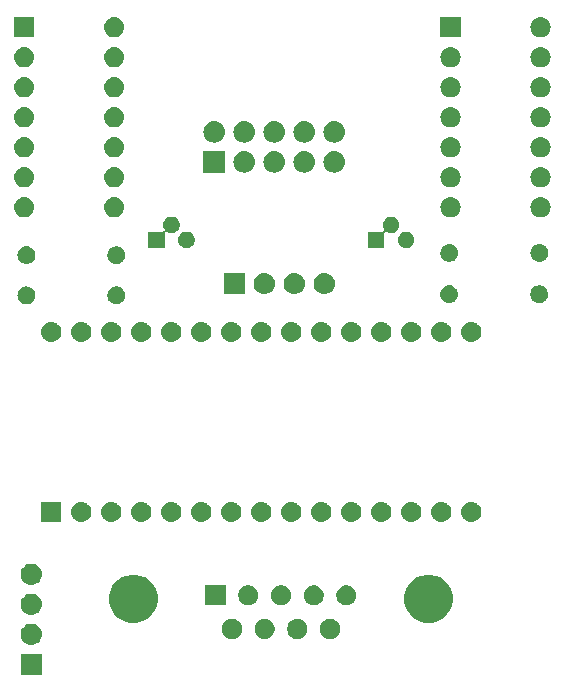
<source format=gbr>
G04 #@! TF.GenerationSoftware,KiCad,Pcbnew,(5.1.4)-1*
G04 #@! TF.CreationDate,2019-11-09T17:45:10+10:00*
G04 #@! TF.ProjectId,SegaControllerForApple2,53656761-436f-46e7-9472-6f6c6c657246,rev?*
G04 #@! TF.SameCoordinates,Original*
G04 #@! TF.FileFunction,Soldermask,Bot*
G04 #@! TF.FilePolarity,Negative*
%FSLAX46Y46*%
G04 Gerber Fmt 4.6, Leading zero omitted, Abs format (unit mm)*
G04 Created by KiCad (PCBNEW (5.1.4)-1) date 2019-11-09 17:45:10*
%MOMM*%
%LPD*%
G04 APERTURE LIST*
%ADD10C,0.100000*%
G04 APERTURE END LIST*
D10*
G36*
X110401000Y-91041000D02*
G01*
X108599000Y-91041000D01*
X108599000Y-89239000D01*
X110401000Y-89239000D01*
X110401000Y-91041000D01*
X110401000Y-91041000D01*
G37*
G36*
X109610443Y-86705519D02*
G01*
X109676627Y-86712037D01*
X109846466Y-86763557D01*
X110002991Y-86847222D01*
X110038729Y-86876552D01*
X110140186Y-86959814D01*
X110219274Y-87056184D01*
X110252778Y-87097009D01*
X110336443Y-87253534D01*
X110387963Y-87423373D01*
X110405359Y-87600000D01*
X110387963Y-87776627D01*
X110336443Y-87946466D01*
X110252778Y-88102991D01*
X110223448Y-88138729D01*
X110140186Y-88240186D01*
X110038729Y-88323448D01*
X110002991Y-88352778D01*
X109846466Y-88436443D01*
X109676627Y-88487963D01*
X109610443Y-88494481D01*
X109544260Y-88501000D01*
X109455740Y-88501000D01*
X109389557Y-88494481D01*
X109323373Y-88487963D01*
X109153534Y-88436443D01*
X108997009Y-88352778D01*
X108961271Y-88323448D01*
X108859814Y-88240186D01*
X108776552Y-88138729D01*
X108747222Y-88102991D01*
X108663557Y-87946466D01*
X108612037Y-87776627D01*
X108594641Y-87600000D01*
X108612037Y-87423373D01*
X108663557Y-87253534D01*
X108747222Y-87097009D01*
X108780726Y-87056184D01*
X108859814Y-86959814D01*
X108961271Y-86876552D01*
X108997009Y-86847222D01*
X109153534Y-86763557D01*
X109323373Y-86712037D01*
X109389557Y-86705519D01*
X109455740Y-86699000D01*
X109544260Y-86699000D01*
X109610443Y-86705519D01*
X109610443Y-86705519D01*
G37*
G36*
X129503228Y-86321703D02*
G01*
X129658100Y-86385853D01*
X129797481Y-86478985D01*
X129916015Y-86597519D01*
X130009147Y-86736900D01*
X130073297Y-86891772D01*
X130106000Y-87056184D01*
X130106000Y-87223816D01*
X130073297Y-87388228D01*
X130009147Y-87543100D01*
X129916015Y-87682481D01*
X129797481Y-87801015D01*
X129658100Y-87894147D01*
X129503228Y-87958297D01*
X129338816Y-87991000D01*
X129171184Y-87991000D01*
X129006772Y-87958297D01*
X128851900Y-87894147D01*
X128712519Y-87801015D01*
X128593985Y-87682481D01*
X128500853Y-87543100D01*
X128436703Y-87388228D01*
X128404000Y-87223816D01*
X128404000Y-87056184D01*
X128436703Y-86891772D01*
X128500853Y-86736900D01*
X128593985Y-86597519D01*
X128712519Y-86478985D01*
X128851900Y-86385853D01*
X129006772Y-86321703D01*
X129171184Y-86289000D01*
X129338816Y-86289000D01*
X129503228Y-86321703D01*
X129503228Y-86321703D01*
G37*
G36*
X132273228Y-86321703D02*
G01*
X132428100Y-86385853D01*
X132567481Y-86478985D01*
X132686015Y-86597519D01*
X132779147Y-86736900D01*
X132843297Y-86891772D01*
X132876000Y-87056184D01*
X132876000Y-87223816D01*
X132843297Y-87388228D01*
X132779147Y-87543100D01*
X132686015Y-87682481D01*
X132567481Y-87801015D01*
X132428100Y-87894147D01*
X132273228Y-87958297D01*
X132108816Y-87991000D01*
X131941184Y-87991000D01*
X131776772Y-87958297D01*
X131621900Y-87894147D01*
X131482519Y-87801015D01*
X131363985Y-87682481D01*
X131270853Y-87543100D01*
X131206703Y-87388228D01*
X131174000Y-87223816D01*
X131174000Y-87056184D01*
X131206703Y-86891772D01*
X131270853Y-86736900D01*
X131363985Y-86597519D01*
X131482519Y-86478985D01*
X131621900Y-86385853D01*
X131776772Y-86321703D01*
X131941184Y-86289000D01*
X132108816Y-86289000D01*
X132273228Y-86321703D01*
X132273228Y-86321703D01*
G37*
G36*
X135043228Y-86321703D02*
G01*
X135198100Y-86385853D01*
X135337481Y-86478985D01*
X135456015Y-86597519D01*
X135549147Y-86736900D01*
X135613297Y-86891772D01*
X135646000Y-87056184D01*
X135646000Y-87223816D01*
X135613297Y-87388228D01*
X135549147Y-87543100D01*
X135456015Y-87682481D01*
X135337481Y-87801015D01*
X135198100Y-87894147D01*
X135043228Y-87958297D01*
X134878816Y-87991000D01*
X134711184Y-87991000D01*
X134546772Y-87958297D01*
X134391900Y-87894147D01*
X134252519Y-87801015D01*
X134133985Y-87682481D01*
X134040853Y-87543100D01*
X133976703Y-87388228D01*
X133944000Y-87223816D01*
X133944000Y-87056184D01*
X133976703Y-86891772D01*
X134040853Y-86736900D01*
X134133985Y-86597519D01*
X134252519Y-86478985D01*
X134391900Y-86385853D01*
X134546772Y-86321703D01*
X134711184Y-86289000D01*
X134878816Y-86289000D01*
X135043228Y-86321703D01*
X135043228Y-86321703D01*
G37*
G36*
X126733228Y-86321703D02*
G01*
X126888100Y-86385853D01*
X127027481Y-86478985D01*
X127146015Y-86597519D01*
X127239147Y-86736900D01*
X127303297Y-86891772D01*
X127336000Y-87056184D01*
X127336000Y-87223816D01*
X127303297Y-87388228D01*
X127239147Y-87543100D01*
X127146015Y-87682481D01*
X127027481Y-87801015D01*
X126888100Y-87894147D01*
X126733228Y-87958297D01*
X126568816Y-87991000D01*
X126401184Y-87991000D01*
X126236772Y-87958297D01*
X126081900Y-87894147D01*
X125942519Y-87801015D01*
X125823985Y-87682481D01*
X125730853Y-87543100D01*
X125666703Y-87388228D01*
X125634000Y-87223816D01*
X125634000Y-87056184D01*
X125666703Y-86891772D01*
X125730853Y-86736900D01*
X125823985Y-86597519D01*
X125942519Y-86478985D01*
X126081900Y-86385853D01*
X126236772Y-86321703D01*
X126401184Y-86289000D01*
X126568816Y-86289000D01*
X126733228Y-86321703D01*
X126733228Y-86321703D01*
G37*
G36*
X143738254Y-82627818D02*
G01*
X144111511Y-82782426D01*
X144111513Y-82782427D01*
X144447436Y-83006884D01*
X144733116Y-83292564D01*
X144902359Y-83545853D01*
X144957574Y-83628489D01*
X145112182Y-84001746D01*
X145191000Y-84397993D01*
X145191000Y-84802007D01*
X145112182Y-85198254D01*
X145025937Y-85406468D01*
X144957573Y-85571513D01*
X144733116Y-85907436D01*
X144447436Y-86193116D01*
X144111513Y-86417573D01*
X144111512Y-86417574D01*
X144111511Y-86417574D01*
X143738254Y-86572182D01*
X143342007Y-86651000D01*
X142937993Y-86651000D01*
X142541746Y-86572182D01*
X142168489Y-86417574D01*
X142168488Y-86417574D01*
X142168487Y-86417573D01*
X141832564Y-86193116D01*
X141546884Y-85907436D01*
X141322427Y-85571513D01*
X141254063Y-85406468D01*
X141167818Y-85198254D01*
X141089000Y-84802007D01*
X141089000Y-84397993D01*
X141167818Y-84001746D01*
X141322426Y-83628489D01*
X141377642Y-83545853D01*
X141546884Y-83292564D01*
X141832564Y-83006884D01*
X142168487Y-82782427D01*
X142168489Y-82782426D01*
X142541746Y-82627818D01*
X142937993Y-82549000D01*
X143342007Y-82549000D01*
X143738254Y-82627818D01*
X143738254Y-82627818D01*
G37*
G36*
X118738254Y-82627818D02*
G01*
X119111511Y-82782426D01*
X119111513Y-82782427D01*
X119447436Y-83006884D01*
X119733116Y-83292564D01*
X119902359Y-83545853D01*
X119957574Y-83628489D01*
X120112182Y-84001746D01*
X120191000Y-84397993D01*
X120191000Y-84802007D01*
X120112182Y-85198254D01*
X120025937Y-85406468D01*
X119957573Y-85571513D01*
X119733116Y-85907436D01*
X119447436Y-86193116D01*
X119111513Y-86417573D01*
X119111512Y-86417574D01*
X119111511Y-86417574D01*
X118738254Y-86572182D01*
X118342007Y-86651000D01*
X117937993Y-86651000D01*
X117541746Y-86572182D01*
X117168489Y-86417574D01*
X117168488Y-86417574D01*
X117168487Y-86417573D01*
X116832564Y-86193116D01*
X116546884Y-85907436D01*
X116322427Y-85571513D01*
X116254063Y-85406468D01*
X116167818Y-85198254D01*
X116089000Y-84802007D01*
X116089000Y-84397993D01*
X116167818Y-84001746D01*
X116322426Y-83628489D01*
X116377642Y-83545853D01*
X116546884Y-83292564D01*
X116832564Y-83006884D01*
X117168487Y-82782427D01*
X117168489Y-82782426D01*
X117541746Y-82627818D01*
X117937993Y-82549000D01*
X118342007Y-82549000D01*
X118738254Y-82627818D01*
X118738254Y-82627818D01*
G37*
G36*
X109610442Y-84165518D02*
G01*
X109676627Y-84172037D01*
X109846466Y-84223557D01*
X110002991Y-84307222D01*
X110038729Y-84336552D01*
X110140186Y-84419814D01*
X110223448Y-84521271D01*
X110252778Y-84557009D01*
X110336443Y-84713534D01*
X110387963Y-84883373D01*
X110405359Y-85060000D01*
X110387963Y-85236627D01*
X110336443Y-85406466D01*
X110252778Y-85562991D01*
X110245784Y-85571513D01*
X110140186Y-85700186D01*
X110038729Y-85783448D01*
X110002991Y-85812778D01*
X109846466Y-85896443D01*
X109676627Y-85947963D01*
X109610443Y-85954481D01*
X109544260Y-85961000D01*
X109455740Y-85961000D01*
X109389557Y-85954481D01*
X109323373Y-85947963D01*
X109153534Y-85896443D01*
X108997009Y-85812778D01*
X108961271Y-85783448D01*
X108859814Y-85700186D01*
X108754216Y-85571513D01*
X108747222Y-85562991D01*
X108663557Y-85406466D01*
X108612037Y-85236627D01*
X108594641Y-85060000D01*
X108612037Y-84883373D01*
X108663557Y-84713534D01*
X108747222Y-84557009D01*
X108776552Y-84521271D01*
X108859814Y-84419814D01*
X108961271Y-84336552D01*
X108997009Y-84307222D01*
X109153534Y-84223557D01*
X109323373Y-84172037D01*
X109389558Y-84165518D01*
X109455740Y-84159000D01*
X109544260Y-84159000D01*
X109610442Y-84165518D01*
X109610442Y-84165518D01*
G37*
G36*
X133658228Y-83481703D02*
G01*
X133813100Y-83545853D01*
X133952481Y-83638985D01*
X134071015Y-83757519D01*
X134164147Y-83896900D01*
X134228297Y-84051772D01*
X134261000Y-84216184D01*
X134261000Y-84383816D01*
X134228297Y-84548228D01*
X134164147Y-84703100D01*
X134071015Y-84842481D01*
X133952481Y-84961015D01*
X133813100Y-85054147D01*
X133658228Y-85118297D01*
X133493816Y-85151000D01*
X133326184Y-85151000D01*
X133161772Y-85118297D01*
X133006900Y-85054147D01*
X132867519Y-84961015D01*
X132748985Y-84842481D01*
X132655853Y-84703100D01*
X132591703Y-84548228D01*
X132559000Y-84383816D01*
X132559000Y-84216184D01*
X132591703Y-84051772D01*
X132655853Y-83896900D01*
X132748985Y-83757519D01*
X132867519Y-83638985D01*
X133006900Y-83545853D01*
X133161772Y-83481703D01*
X133326184Y-83449000D01*
X133493816Y-83449000D01*
X133658228Y-83481703D01*
X133658228Y-83481703D01*
G37*
G36*
X136428228Y-83481703D02*
G01*
X136583100Y-83545853D01*
X136722481Y-83638985D01*
X136841015Y-83757519D01*
X136934147Y-83896900D01*
X136998297Y-84051772D01*
X137031000Y-84216184D01*
X137031000Y-84383816D01*
X136998297Y-84548228D01*
X136934147Y-84703100D01*
X136841015Y-84842481D01*
X136722481Y-84961015D01*
X136583100Y-85054147D01*
X136428228Y-85118297D01*
X136263816Y-85151000D01*
X136096184Y-85151000D01*
X135931772Y-85118297D01*
X135776900Y-85054147D01*
X135637519Y-84961015D01*
X135518985Y-84842481D01*
X135425853Y-84703100D01*
X135361703Y-84548228D01*
X135329000Y-84383816D01*
X135329000Y-84216184D01*
X135361703Y-84051772D01*
X135425853Y-83896900D01*
X135518985Y-83757519D01*
X135637519Y-83638985D01*
X135776900Y-83545853D01*
X135931772Y-83481703D01*
X136096184Y-83449000D01*
X136263816Y-83449000D01*
X136428228Y-83481703D01*
X136428228Y-83481703D01*
G37*
G36*
X130888228Y-83481703D02*
G01*
X131043100Y-83545853D01*
X131182481Y-83638985D01*
X131301015Y-83757519D01*
X131394147Y-83896900D01*
X131458297Y-84051772D01*
X131491000Y-84216184D01*
X131491000Y-84383816D01*
X131458297Y-84548228D01*
X131394147Y-84703100D01*
X131301015Y-84842481D01*
X131182481Y-84961015D01*
X131043100Y-85054147D01*
X130888228Y-85118297D01*
X130723816Y-85151000D01*
X130556184Y-85151000D01*
X130391772Y-85118297D01*
X130236900Y-85054147D01*
X130097519Y-84961015D01*
X129978985Y-84842481D01*
X129885853Y-84703100D01*
X129821703Y-84548228D01*
X129789000Y-84383816D01*
X129789000Y-84216184D01*
X129821703Y-84051772D01*
X129885853Y-83896900D01*
X129978985Y-83757519D01*
X130097519Y-83638985D01*
X130236900Y-83545853D01*
X130391772Y-83481703D01*
X130556184Y-83449000D01*
X130723816Y-83449000D01*
X130888228Y-83481703D01*
X130888228Y-83481703D01*
G37*
G36*
X125951000Y-85151000D02*
G01*
X124249000Y-85151000D01*
X124249000Y-83449000D01*
X125951000Y-83449000D01*
X125951000Y-85151000D01*
X125951000Y-85151000D01*
G37*
G36*
X128118228Y-83481703D02*
G01*
X128273100Y-83545853D01*
X128412481Y-83638985D01*
X128531015Y-83757519D01*
X128624147Y-83896900D01*
X128688297Y-84051772D01*
X128721000Y-84216184D01*
X128721000Y-84383816D01*
X128688297Y-84548228D01*
X128624147Y-84703100D01*
X128531015Y-84842481D01*
X128412481Y-84961015D01*
X128273100Y-85054147D01*
X128118228Y-85118297D01*
X127953816Y-85151000D01*
X127786184Y-85151000D01*
X127621772Y-85118297D01*
X127466900Y-85054147D01*
X127327519Y-84961015D01*
X127208985Y-84842481D01*
X127115853Y-84703100D01*
X127051703Y-84548228D01*
X127019000Y-84383816D01*
X127019000Y-84216184D01*
X127051703Y-84051772D01*
X127115853Y-83896900D01*
X127208985Y-83757519D01*
X127327519Y-83638985D01*
X127466900Y-83545853D01*
X127621772Y-83481703D01*
X127786184Y-83449000D01*
X127953816Y-83449000D01*
X128118228Y-83481703D01*
X128118228Y-83481703D01*
G37*
G36*
X109610443Y-81625519D02*
G01*
X109676627Y-81632037D01*
X109846466Y-81683557D01*
X110002991Y-81767222D01*
X110038729Y-81796552D01*
X110140186Y-81879814D01*
X110223448Y-81981271D01*
X110252778Y-82017009D01*
X110336443Y-82173534D01*
X110387963Y-82343373D01*
X110405359Y-82520000D01*
X110387963Y-82696627D01*
X110336443Y-82866466D01*
X110252778Y-83022991D01*
X110223448Y-83058729D01*
X110140186Y-83160186D01*
X110038729Y-83243448D01*
X110002991Y-83272778D01*
X109846466Y-83356443D01*
X109676627Y-83407963D01*
X109610443Y-83414481D01*
X109544260Y-83421000D01*
X109455740Y-83421000D01*
X109389557Y-83414481D01*
X109323373Y-83407963D01*
X109153534Y-83356443D01*
X108997009Y-83272778D01*
X108961271Y-83243448D01*
X108859814Y-83160186D01*
X108776552Y-83058729D01*
X108747222Y-83022991D01*
X108663557Y-82866466D01*
X108612037Y-82696627D01*
X108594641Y-82520000D01*
X108612037Y-82343373D01*
X108663557Y-82173534D01*
X108747222Y-82017009D01*
X108776552Y-81981271D01*
X108859814Y-81879814D01*
X108961271Y-81796552D01*
X108997009Y-81767222D01*
X109153534Y-81683557D01*
X109323373Y-81632037D01*
X109389557Y-81625519D01*
X109455740Y-81619000D01*
X109544260Y-81619000D01*
X109610443Y-81625519D01*
X109610443Y-81625519D01*
G37*
G36*
X124056823Y-76401313D02*
G01*
X124217242Y-76449976D01*
X124349906Y-76520886D01*
X124365078Y-76528996D01*
X124494659Y-76635341D01*
X124601004Y-76764922D01*
X124601005Y-76764924D01*
X124680024Y-76912758D01*
X124728687Y-77073177D01*
X124745117Y-77240000D01*
X124728687Y-77406823D01*
X124680024Y-77567242D01*
X124609114Y-77699906D01*
X124601004Y-77715078D01*
X124494659Y-77844659D01*
X124365078Y-77951004D01*
X124365076Y-77951005D01*
X124217242Y-78030024D01*
X124056823Y-78078687D01*
X123931804Y-78091000D01*
X123848196Y-78091000D01*
X123723177Y-78078687D01*
X123562758Y-78030024D01*
X123414924Y-77951005D01*
X123414922Y-77951004D01*
X123285341Y-77844659D01*
X123178996Y-77715078D01*
X123170886Y-77699906D01*
X123099976Y-77567242D01*
X123051313Y-77406823D01*
X123034883Y-77240000D01*
X123051313Y-77073177D01*
X123099976Y-76912758D01*
X123178995Y-76764924D01*
X123178996Y-76764922D01*
X123285341Y-76635341D01*
X123414922Y-76528996D01*
X123430094Y-76520886D01*
X123562758Y-76449976D01*
X123723177Y-76401313D01*
X123848196Y-76389000D01*
X123931804Y-76389000D01*
X124056823Y-76401313D01*
X124056823Y-76401313D01*
G37*
G36*
X129136823Y-76401313D02*
G01*
X129297242Y-76449976D01*
X129429906Y-76520886D01*
X129445078Y-76528996D01*
X129574659Y-76635341D01*
X129681004Y-76764922D01*
X129681005Y-76764924D01*
X129760024Y-76912758D01*
X129808687Y-77073177D01*
X129825117Y-77240000D01*
X129808687Y-77406823D01*
X129760024Y-77567242D01*
X129689114Y-77699906D01*
X129681004Y-77715078D01*
X129574659Y-77844659D01*
X129445078Y-77951004D01*
X129445076Y-77951005D01*
X129297242Y-78030024D01*
X129136823Y-78078687D01*
X129011804Y-78091000D01*
X128928196Y-78091000D01*
X128803177Y-78078687D01*
X128642758Y-78030024D01*
X128494924Y-77951005D01*
X128494922Y-77951004D01*
X128365341Y-77844659D01*
X128258996Y-77715078D01*
X128250886Y-77699906D01*
X128179976Y-77567242D01*
X128131313Y-77406823D01*
X128114883Y-77240000D01*
X128131313Y-77073177D01*
X128179976Y-76912758D01*
X128258995Y-76764924D01*
X128258996Y-76764922D01*
X128365341Y-76635341D01*
X128494922Y-76528996D01*
X128510094Y-76520886D01*
X128642758Y-76449976D01*
X128803177Y-76401313D01*
X128928196Y-76389000D01*
X129011804Y-76389000D01*
X129136823Y-76401313D01*
X129136823Y-76401313D01*
G37*
G36*
X131676823Y-76401313D02*
G01*
X131837242Y-76449976D01*
X131969906Y-76520886D01*
X131985078Y-76528996D01*
X132114659Y-76635341D01*
X132221004Y-76764922D01*
X132221005Y-76764924D01*
X132300024Y-76912758D01*
X132348687Y-77073177D01*
X132365117Y-77240000D01*
X132348687Y-77406823D01*
X132300024Y-77567242D01*
X132229114Y-77699906D01*
X132221004Y-77715078D01*
X132114659Y-77844659D01*
X131985078Y-77951004D01*
X131985076Y-77951005D01*
X131837242Y-78030024D01*
X131676823Y-78078687D01*
X131551804Y-78091000D01*
X131468196Y-78091000D01*
X131343177Y-78078687D01*
X131182758Y-78030024D01*
X131034924Y-77951005D01*
X131034922Y-77951004D01*
X130905341Y-77844659D01*
X130798996Y-77715078D01*
X130790886Y-77699906D01*
X130719976Y-77567242D01*
X130671313Y-77406823D01*
X130654883Y-77240000D01*
X130671313Y-77073177D01*
X130719976Y-76912758D01*
X130798995Y-76764924D01*
X130798996Y-76764922D01*
X130905341Y-76635341D01*
X131034922Y-76528996D01*
X131050094Y-76520886D01*
X131182758Y-76449976D01*
X131343177Y-76401313D01*
X131468196Y-76389000D01*
X131551804Y-76389000D01*
X131676823Y-76401313D01*
X131676823Y-76401313D01*
G37*
G36*
X126596823Y-76401313D02*
G01*
X126757242Y-76449976D01*
X126889906Y-76520886D01*
X126905078Y-76528996D01*
X127034659Y-76635341D01*
X127141004Y-76764922D01*
X127141005Y-76764924D01*
X127220024Y-76912758D01*
X127268687Y-77073177D01*
X127285117Y-77240000D01*
X127268687Y-77406823D01*
X127220024Y-77567242D01*
X127149114Y-77699906D01*
X127141004Y-77715078D01*
X127034659Y-77844659D01*
X126905078Y-77951004D01*
X126905076Y-77951005D01*
X126757242Y-78030024D01*
X126596823Y-78078687D01*
X126471804Y-78091000D01*
X126388196Y-78091000D01*
X126263177Y-78078687D01*
X126102758Y-78030024D01*
X125954924Y-77951005D01*
X125954922Y-77951004D01*
X125825341Y-77844659D01*
X125718996Y-77715078D01*
X125710886Y-77699906D01*
X125639976Y-77567242D01*
X125591313Y-77406823D01*
X125574883Y-77240000D01*
X125591313Y-77073177D01*
X125639976Y-76912758D01*
X125718995Y-76764924D01*
X125718996Y-76764922D01*
X125825341Y-76635341D01*
X125954922Y-76528996D01*
X125970094Y-76520886D01*
X126102758Y-76449976D01*
X126263177Y-76401313D01*
X126388196Y-76389000D01*
X126471804Y-76389000D01*
X126596823Y-76401313D01*
X126596823Y-76401313D01*
G37*
G36*
X134216823Y-76401313D02*
G01*
X134377242Y-76449976D01*
X134509906Y-76520886D01*
X134525078Y-76528996D01*
X134654659Y-76635341D01*
X134761004Y-76764922D01*
X134761005Y-76764924D01*
X134840024Y-76912758D01*
X134888687Y-77073177D01*
X134905117Y-77240000D01*
X134888687Y-77406823D01*
X134840024Y-77567242D01*
X134769114Y-77699906D01*
X134761004Y-77715078D01*
X134654659Y-77844659D01*
X134525078Y-77951004D01*
X134525076Y-77951005D01*
X134377242Y-78030024D01*
X134216823Y-78078687D01*
X134091804Y-78091000D01*
X134008196Y-78091000D01*
X133883177Y-78078687D01*
X133722758Y-78030024D01*
X133574924Y-77951005D01*
X133574922Y-77951004D01*
X133445341Y-77844659D01*
X133338996Y-77715078D01*
X133330886Y-77699906D01*
X133259976Y-77567242D01*
X133211313Y-77406823D01*
X133194883Y-77240000D01*
X133211313Y-77073177D01*
X133259976Y-76912758D01*
X133338995Y-76764924D01*
X133338996Y-76764922D01*
X133445341Y-76635341D01*
X133574922Y-76528996D01*
X133590094Y-76520886D01*
X133722758Y-76449976D01*
X133883177Y-76401313D01*
X134008196Y-76389000D01*
X134091804Y-76389000D01*
X134216823Y-76401313D01*
X134216823Y-76401313D01*
G37*
G36*
X121516823Y-76401313D02*
G01*
X121677242Y-76449976D01*
X121809906Y-76520886D01*
X121825078Y-76528996D01*
X121954659Y-76635341D01*
X122061004Y-76764922D01*
X122061005Y-76764924D01*
X122140024Y-76912758D01*
X122188687Y-77073177D01*
X122205117Y-77240000D01*
X122188687Y-77406823D01*
X122140024Y-77567242D01*
X122069114Y-77699906D01*
X122061004Y-77715078D01*
X121954659Y-77844659D01*
X121825078Y-77951004D01*
X121825076Y-77951005D01*
X121677242Y-78030024D01*
X121516823Y-78078687D01*
X121391804Y-78091000D01*
X121308196Y-78091000D01*
X121183177Y-78078687D01*
X121022758Y-78030024D01*
X120874924Y-77951005D01*
X120874922Y-77951004D01*
X120745341Y-77844659D01*
X120638996Y-77715078D01*
X120630886Y-77699906D01*
X120559976Y-77567242D01*
X120511313Y-77406823D01*
X120494883Y-77240000D01*
X120511313Y-77073177D01*
X120559976Y-76912758D01*
X120638995Y-76764924D01*
X120638996Y-76764922D01*
X120745341Y-76635341D01*
X120874922Y-76528996D01*
X120890094Y-76520886D01*
X121022758Y-76449976D01*
X121183177Y-76401313D01*
X121308196Y-76389000D01*
X121391804Y-76389000D01*
X121516823Y-76401313D01*
X121516823Y-76401313D01*
G37*
G36*
X144376823Y-76401313D02*
G01*
X144537242Y-76449976D01*
X144669906Y-76520886D01*
X144685078Y-76528996D01*
X144814659Y-76635341D01*
X144921004Y-76764922D01*
X144921005Y-76764924D01*
X145000024Y-76912758D01*
X145048687Y-77073177D01*
X145065117Y-77240000D01*
X145048687Y-77406823D01*
X145000024Y-77567242D01*
X144929114Y-77699906D01*
X144921004Y-77715078D01*
X144814659Y-77844659D01*
X144685078Y-77951004D01*
X144685076Y-77951005D01*
X144537242Y-78030024D01*
X144376823Y-78078687D01*
X144251804Y-78091000D01*
X144168196Y-78091000D01*
X144043177Y-78078687D01*
X143882758Y-78030024D01*
X143734924Y-77951005D01*
X143734922Y-77951004D01*
X143605341Y-77844659D01*
X143498996Y-77715078D01*
X143490886Y-77699906D01*
X143419976Y-77567242D01*
X143371313Y-77406823D01*
X143354883Y-77240000D01*
X143371313Y-77073177D01*
X143419976Y-76912758D01*
X143498995Y-76764924D01*
X143498996Y-76764922D01*
X143605341Y-76635341D01*
X143734922Y-76528996D01*
X143750094Y-76520886D01*
X143882758Y-76449976D01*
X144043177Y-76401313D01*
X144168196Y-76389000D01*
X144251804Y-76389000D01*
X144376823Y-76401313D01*
X144376823Y-76401313D01*
G37*
G36*
X116436823Y-76401313D02*
G01*
X116597242Y-76449976D01*
X116729906Y-76520886D01*
X116745078Y-76528996D01*
X116874659Y-76635341D01*
X116981004Y-76764922D01*
X116981005Y-76764924D01*
X117060024Y-76912758D01*
X117108687Y-77073177D01*
X117125117Y-77240000D01*
X117108687Y-77406823D01*
X117060024Y-77567242D01*
X116989114Y-77699906D01*
X116981004Y-77715078D01*
X116874659Y-77844659D01*
X116745078Y-77951004D01*
X116745076Y-77951005D01*
X116597242Y-78030024D01*
X116436823Y-78078687D01*
X116311804Y-78091000D01*
X116228196Y-78091000D01*
X116103177Y-78078687D01*
X115942758Y-78030024D01*
X115794924Y-77951005D01*
X115794922Y-77951004D01*
X115665341Y-77844659D01*
X115558996Y-77715078D01*
X115550886Y-77699906D01*
X115479976Y-77567242D01*
X115431313Y-77406823D01*
X115414883Y-77240000D01*
X115431313Y-77073177D01*
X115479976Y-76912758D01*
X115558995Y-76764924D01*
X115558996Y-76764922D01*
X115665341Y-76635341D01*
X115794922Y-76528996D01*
X115810094Y-76520886D01*
X115942758Y-76449976D01*
X116103177Y-76401313D01*
X116228196Y-76389000D01*
X116311804Y-76389000D01*
X116436823Y-76401313D01*
X116436823Y-76401313D01*
G37*
G36*
X139296823Y-76401313D02*
G01*
X139457242Y-76449976D01*
X139589906Y-76520886D01*
X139605078Y-76528996D01*
X139734659Y-76635341D01*
X139841004Y-76764922D01*
X139841005Y-76764924D01*
X139920024Y-76912758D01*
X139968687Y-77073177D01*
X139985117Y-77240000D01*
X139968687Y-77406823D01*
X139920024Y-77567242D01*
X139849114Y-77699906D01*
X139841004Y-77715078D01*
X139734659Y-77844659D01*
X139605078Y-77951004D01*
X139605076Y-77951005D01*
X139457242Y-78030024D01*
X139296823Y-78078687D01*
X139171804Y-78091000D01*
X139088196Y-78091000D01*
X138963177Y-78078687D01*
X138802758Y-78030024D01*
X138654924Y-77951005D01*
X138654922Y-77951004D01*
X138525341Y-77844659D01*
X138418996Y-77715078D01*
X138410886Y-77699906D01*
X138339976Y-77567242D01*
X138291313Y-77406823D01*
X138274883Y-77240000D01*
X138291313Y-77073177D01*
X138339976Y-76912758D01*
X138418995Y-76764924D01*
X138418996Y-76764922D01*
X138525341Y-76635341D01*
X138654922Y-76528996D01*
X138670094Y-76520886D01*
X138802758Y-76449976D01*
X138963177Y-76401313D01*
X139088196Y-76389000D01*
X139171804Y-76389000D01*
X139296823Y-76401313D01*
X139296823Y-76401313D01*
G37*
G36*
X112041000Y-78091000D02*
G01*
X110339000Y-78091000D01*
X110339000Y-76389000D01*
X112041000Y-76389000D01*
X112041000Y-78091000D01*
X112041000Y-78091000D01*
G37*
G36*
X141836823Y-76401313D02*
G01*
X141997242Y-76449976D01*
X142129906Y-76520886D01*
X142145078Y-76528996D01*
X142274659Y-76635341D01*
X142381004Y-76764922D01*
X142381005Y-76764924D01*
X142460024Y-76912758D01*
X142508687Y-77073177D01*
X142525117Y-77240000D01*
X142508687Y-77406823D01*
X142460024Y-77567242D01*
X142389114Y-77699906D01*
X142381004Y-77715078D01*
X142274659Y-77844659D01*
X142145078Y-77951004D01*
X142145076Y-77951005D01*
X141997242Y-78030024D01*
X141836823Y-78078687D01*
X141711804Y-78091000D01*
X141628196Y-78091000D01*
X141503177Y-78078687D01*
X141342758Y-78030024D01*
X141194924Y-77951005D01*
X141194922Y-77951004D01*
X141065341Y-77844659D01*
X140958996Y-77715078D01*
X140950886Y-77699906D01*
X140879976Y-77567242D01*
X140831313Y-77406823D01*
X140814883Y-77240000D01*
X140831313Y-77073177D01*
X140879976Y-76912758D01*
X140958995Y-76764924D01*
X140958996Y-76764922D01*
X141065341Y-76635341D01*
X141194922Y-76528996D01*
X141210094Y-76520886D01*
X141342758Y-76449976D01*
X141503177Y-76401313D01*
X141628196Y-76389000D01*
X141711804Y-76389000D01*
X141836823Y-76401313D01*
X141836823Y-76401313D01*
G37*
G36*
X113896823Y-76401313D02*
G01*
X114057242Y-76449976D01*
X114189906Y-76520886D01*
X114205078Y-76528996D01*
X114334659Y-76635341D01*
X114441004Y-76764922D01*
X114441005Y-76764924D01*
X114520024Y-76912758D01*
X114568687Y-77073177D01*
X114585117Y-77240000D01*
X114568687Y-77406823D01*
X114520024Y-77567242D01*
X114449114Y-77699906D01*
X114441004Y-77715078D01*
X114334659Y-77844659D01*
X114205078Y-77951004D01*
X114205076Y-77951005D01*
X114057242Y-78030024D01*
X113896823Y-78078687D01*
X113771804Y-78091000D01*
X113688196Y-78091000D01*
X113563177Y-78078687D01*
X113402758Y-78030024D01*
X113254924Y-77951005D01*
X113254922Y-77951004D01*
X113125341Y-77844659D01*
X113018996Y-77715078D01*
X113010886Y-77699906D01*
X112939976Y-77567242D01*
X112891313Y-77406823D01*
X112874883Y-77240000D01*
X112891313Y-77073177D01*
X112939976Y-76912758D01*
X113018995Y-76764924D01*
X113018996Y-76764922D01*
X113125341Y-76635341D01*
X113254922Y-76528996D01*
X113270094Y-76520886D01*
X113402758Y-76449976D01*
X113563177Y-76401313D01*
X113688196Y-76389000D01*
X113771804Y-76389000D01*
X113896823Y-76401313D01*
X113896823Y-76401313D01*
G37*
G36*
X146916823Y-76401313D02*
G01*
X147077242Y-76449976D01*
X147209906Y-76520886D01*
X147225078Y-76528996D01*
X147354659Y-76635341D01*
X147461004Y-76764922D01*
X147461005Y-76764924D01*
X147540024Y-76912758D01*
X147588687Y-77073177D01*
X147605117Y-77240000D01*
X147588687Y-77406823D01*
X147540024Y-77567242D01*
X147469114Y-77699906D01*
X147461004Y-77715078D01*
X147354659Y-77844659D01*
X147225078Y-77951004D01*
X147225076Y-77951005D01*
X147077242Y-78030024D01*
X146916823Y-78078687D01*
X146791804Y-78091000D01*
X146708196Y-78091000D01*
X146583177Y-78078687D01*
X146422758Y-78030024D01*
X146274924Y-77951005D01*
X146274922Y-77951004D01*
X146145341Y-77844659D01*
X146038996Y-77715078D01*
X146030886Y-77699906D01*
X145959976Y-77567242D01*
X145911313Y-77406823D01*
X145894883Y-77240000D01*
X145911313Y-77073177D01*
X145959976Y-76912758D01*
X146038995Y-76764924D01*
X146038996Y-76764922D01*
X146145341Y-76635341D01*
X146274922Y-76528996D01*
X146290094Y-76520886D01*
X146422758Y-76449976D01*
X146583177Y-76401313D01*
X146708196Y-76389000D01*
X146791804Y-76389000D01*
X146916823Y-76401313D01*
X146916823Y-76401313D01*
G37*
G36*
X118976823Y-76401313D02*
G01*
X119137242Y-76449976D01*
X119269906Y-76520886D01*
X119285078Y-76528996D01*
X119414659Y-76635341D01*
X119521004Y-76764922D01*
X119521005Y-76764924D01*
X119600024Y-76912758D01*
X119648687Y-77073177D01*
X119665117Y-77240000D01*
X119648687Y-77406823D01*
X119600024Y-77567242D01*
X119529114Y-77699906D01*
X119521004Y-77715078D01*
X119414659Y-77844659D01*
X119285078Y-77951004D01*
X119285076Y-77951005D01*
X119137242Y-78030024D01*
X118976823Y-78078687D01*
X118851804Y-78091000D01*
X118768196Y-78091000D01*
X118643177Y-78078687D01*
X118482758Y-78030024D01*
X118334924Y-77951005D01*
X118334922Y-77951004D01*
X118205341Y-77844659D01*
X118098996Y-77715078D01*
X118090886Y-77699906D01*
X118019976Y-77567242D01*
X117971313Y-77406823D01*
X117954883Y-77240000D01*
X117971313Y-77073177D01*
X118019976Y-76912758D01*
X118098995Y-76764924D01*
X118098996Y-76764922D01*
X118205341Y-76635341D01*
X118334922Y-76528996D01*
X118350094Y-76520886D01*
X118482758Y-76449976D01*
X118643177Y-76401313D01*
X118768196Y-76389000D01*
X118851804Y-76389000D01*
X118976823Y-76401313D01*
X118976823Y-76401313D01*
G37*
G36*
X136756823Y-76401313D02*
G01*
X136917242Y-76449976D01*
X137049906Y-76520886D01*
X137065078Y-76528996D01*
X137194659Y-76635341D01*
X137301004Y-76764922D01*
X137301005Y-76764924D01*
X137380024Y-76912758D01*
X137428687Y-77073177D01*
X137445117Y-77240000D01*
X137428687Y-77406823D01*
X137380024Y-77567242D01*
X137309114Y-77699906D01*
X137301004Y-77715078D01*
X137194659Y-77844659D01*
X137065078Y-77951004D01*
X137065076Y-77951005D01*
X136917242Y-78030024D01*
X136756823Y-78078687D01*
X136631804Y-78091000D01*
X136548196Y-78091000D01*
X136423177Y-78078687D01*
X136262758Y-78030024D01*
X136114924Y-77951005D01*
X136114922Y-77951004D01*
X135985341Y-77844659D01*
X135878996Y-77715078D01*
X135870886Y-77699906D01*
X135799976Y-77567242D01*
X135751313Y-77406823D01*
X135734883Y-77240000D01*
X135751313Y-77073177D01*
X135799976Y-76912758D01*
X135878995Y-76764924D01*
X135878996Y-76764922D01*
X135985341Y-76635341D01*
X136114922Y-76528996D01*
X136130094Y-76520886D01*
X136262758Y-76449976D01*
X136423177Y-76401313D01*
X136548196Y-76389000D01*
X136631804Y-76389000D01*
X136756823Y-76401313D01*
X136756823Y-76401313D01*
G37*
G36*
X111356823Y-61161313D02*
G01*
X111517242Y-61209976D01*
X111649906Y-61280886D01*
X111665078Y-61288996D01*
X111794659Y-61395341D01*
X111901004Y-61524922D01*
X111901005Y-61524924D01*
X111980024Y-61672758D01*
X112028687Y-61833177D01*
X112045117Y-62000000D01*
X112028687Y-62166823D01*
X111980024Y-62327242D01*
X111909114Y-62459906D01*
X111901004Y-62475078D01*
X111794659Y-62604659D01*
X111665078Y-62711004D01*
X111665076Y-62711005D01*
X111517242Y-62790024D01*
X111356823Y-62838687D01*
X111231804Y-62851000D01*
X111148196Y-62851000D01*
X111023177Y-62838687D01*
X110862758Y-62790024D01*
X110714924Y-62711005D01*
X110714922Y-62711004D01*
X110585341Y-62604659D01*
X110478996Y-62475078D01*
X110470886Y-62459906D01*
X110399976Y-62327242D01*
X110351313Y-62166823D01*
X110334883Y-62000000D01*
X110351313Y-61833177D01*
X110399976Y-61672758D01*
X110478995Y-61524924D01*
X110478996Y-61524922D01*
X110585341Y-61395341D01*
X110714922Y-61288996D01*
X110730094Y-61280886D01*
X110862758Y-61209976D01*
X111023177Y-61161313D01*
X111148196Y-61149000D01*
X111231804Y-61149000D01*
X111356823Y-61161313D01*
X111356823Y-61161313D01*
G37*
G36*
X144376823Y-61161313D02*
G01*
X144537242Y-61209976D01*
X144669906Y-61280886D01*
X144685078Y-61288996D01*
X144814659Y-61395341D01*
X144921004Y-61524922D01*
X144921005Y-61524924D01*
X145000024Y-61672758D01*
X145048687Y-61833177D01*
X145065117Y-62000000D01*
X145048687Y-62166823D01*
X145000024Y-62327242D01*
X144929114Y-62459906D01*
X144921004Y-62475078D01*
X144814659Y-62604659D01*
X144685078Y-62711004D01*
X144685076Y-62711005D01*
X144537242Y-62790024D01*
X144376823Y-62838687D01*
X144251804Y-62851000D01*
X144168196Y-62851000D01*
X144043177Y-62838687D01*
X143882758Y-62790024D01*
X143734924Y-62711005D01*
X143734922Y-62711004D01*
X143605341Y-62604659D01*
X143498996Y-62475078D01*
X143490886Y-62459906D01*
X143419976Y-62327242D01*
X143371313Y-62166823D01*
X143354883Y-62000000D01*
X143371313Y-61833177D01*
X143419976Y-61672758D01*
X143498995Y-61524924D01*
X143498996Y-61524922D01*
X143605341Y-61395341D01*
X143734922Y-61288996D01*
X143750094Y-61280886D01*
X143882758Y-61209976D01*
X144043177Y-61161313D01*
X144168196Y-61149000D01*
X144251804Y-61149000D01*
X144376823Y-61161313D01*
X144376823Y-61161313D01*
G37*
G36*
X141836823Y-61161313D02*
G01*
X141997242Y-61209976D01*
X142129906Y-61280886D01*
X142145078Y-61288996D01*
X142274659Y-61395341D01*
X142381004Y-61524922D01*
X142381005Y-61524924D01*
X142460024Y-61672758D01*
X142508687Y-61833177D01*
X142525117Y-62000000D01*
X142508687Y-62166823D01*
X142460024Y-62327242D01*
X142389114Y-62459906D01*
X142381004Y-62475078D01*
X142274659Y-62604659D01*
X142145078Y-62711004D01*
X142145076Y-62711005D01*
X141997242Y-62790024D01*
X141836823Y-62838687D01*
X141711804Y-62851000D01*
X141628196Y-62851000D01*
X141503177Y-62838687D01*
X141342758Y-62790024D01*
X141194924Y-62711005D01*
X141194922Y-62711004D01*
X141065341Y-62604659D01*
X140958996Y-62475078D01*
X140950886Y-62459906D01*
X140879976Y-62327242D01*
X140831313Y-62166823D01*
X140814883Y-62000000D01*
X140831313Y-61833177D01*
X140879976Y-61672758D01*
X140958995Y-61524924D01*
X140958996Y-61524922D01*
X141065341Y-61395341D01*
X141194922Y-61288996D01*
X141210094Y-61280886D01*
X141342758Y-61209976D01*
X141503177Y-61161313D01*
X141628196Y-61149000D01*
X141711804Y-61149000D01*
X141836823Y-61161313D01*
X141836823Y-61161313D01*
G37*
G36*
X139296823Y-61161313D02*
G01*
X139457242Y-61209976D01*
X139589906Y-61280886D01*
X139605078Y-61288996D01*
X139734659Y-61395341D01*
X139841004Y-61524922D01*
X139841005Y-61524924D01*
X139920024Y-61672758D01*
X139968687Y-61833177D01*
X139985117Y-62000000D01*
X139968687Y-62166823D01*
X139920024Y-62327242D01*
X139849114Y-62459906D01*
X139841004Y-62475078D01*
X139734659Y-62604659D01*
X139605078Y-62711004D01*
X139605076Y-62711005D01*
X139457242Y-62790024D01*
X139296823Y-62838687D01*
X139171804Y-62851000D01*
X139088196Y-62851000D01*
X138963177Y-62838687D01*
X138802758Y-62790024D01*
X138654924Y-62711005D01*
X138654922Y-62711004D01*
X138525341Y-62604659D01*
X138418996Y-62475078D01*
X138410886Y-62459906D01*
X138339976Y-62327242D01*
X138291313Y-62166823D01*
X138274883Y-62000000D01*
X138291313Y-61833177D01*
X138339976Y-61672758D01*
X138418995Y-61524924D01*
X138418996Y-61524922D01*
X138525341Y-61395341D01*
X138654922Y-61288996D01*
X138670094Y-61280886D01*
X138802758Y-61209976D01*
X138963177Y-61161313D01*
X139088196Y-61149000D01*
X139171804Y-61149000D01*
X139296823Y-61161313D01*
X139296823Y-61161313D01*
G37*
G36*
X136756823Y-61161313D02*
G01*
X136917242Y-61209976D01*
X137049906Y-61280886D01*
X137065078Y-61288996D01*
X137194659Y-61395341D01*
X137301004Y-61524922D01*
X137301005Y-61524924D01*
X137380024Y-61672758D01*
X137428687Y-61833177D01*
X137445117Y-62000000D01*
X137428687Y-62166823D01*
X137380024Y-62327242D01*
X137309114Y-62459906D01*
X137301004Y-62475078D01*
X137194659Y-62604659D01*
X137065078Y-62711004D01*
X137065076Y-62711005D01*
X136917242Y-62790024D01*
X136756823Y-62838687D01*
X136631804Y-62851000D01*
X136548196Y-62851000D01*
X136423177Y-62838687D01*
X136262758Y-62790024D01*
X136114924Y-62711005D01*
X136114922Y-62711004D01*
X135985341Y-62604659D01*
X135878996Y-62475078D01*
X135870886Y-62459906D01*
X135799976Y-62327242D01*
X135751313Y-62166823D01*
X135734883Y-62000000D01*
X135751313Y-61833177D01*
X135799976Y-61672758D01*
X135878995Y-61524924D01*
X135878996Y-61524922D01*
X135985341Y-61395341D01*
X136114922Y-61288996D01*
X136130094Y-61280886D01*
X136262758Y-61209976D01*
X136423177Y-61161313D01*
X136548196Y-61149000D01*
X136631804Y-61149000D01*
X136756823Y-61161313D01*
X136756823Y-61161313D01*
G37*
G36*
X134216823Y-61161313D02*
G01*
X134377242Y-61209976D01*
X134509906Y-61280886D01*
X134525078Y-61288996D01*
X134654659Y-61395341D01*
X134761004Y-61524922D01*
X134761005Y-61524924D01*
X134840024Y-61672758D01*
X134888687Y-61833177D01*
X134905117Y-62000000D01*
X134888687Y-62166823D01*
X134840024Y-62327242D01*
X134769114Y-62459906D01*
X134761004Y-62475078D01*
X134654659Y-62604659D01*
X134525078Y-62711004D01*
X134525076Y-62711005D01*
X134377242Y-62790024D01*
X134216823Y-62838687D01*
X134091804Y-62851000D01*
X134008196Y-62851000D01*
X133883177Y-62838687D01*
X133722758Y-62790024D01*
X133574924Y-62711005D01*
X133574922Y-62711004D01*
X133445341Y-62604659D01*
X133338996Y-62475078D01*
X133330886Y-62459906D01*
X133259976Y-62327242D01*
X133211313Y-62166823D01*
X133194883Y-62000000D01*
X133211313Y-61833177D01*
X133259976Y-61672758D01*
X133338995Y-61524924D01*
X133338996Y-61524922D01*
X133445341Y-61395341D01*
X133574922Y-61288996D01*
X133590094Y-61280886D01*
X133722758Y-61209976D01*
X133883177Y-61161313D01*
X134008196Y-61149000D01*
X134091804Y-61149000D01*
X134216823Y-61161313D01*
X134216823Y-61161313D01*
G37*
G36*
X131676823Y-61161313D02*
G01*
X131837242Y-61209976D01*
X131969906Y-61280886D01*
X131985078Y-61288996D01*
X132114659Y-61395341D01*
X132221004Y-61524922D01*
X132221005Y-61524924D01*
X132300024Y-61672758D01*
X132348687Y-61833177D01*
X132365117Y-62000000D01*
X132348687Y-62166823D01*
X132300024Y-62327242D01*
X132229114Y-62459906D01*
X132221004Y-62475078D01*
X132114659Y-62604659D01*
X131985078Y-62711004D01*
X131985076Y-62711005D01*
X131837242Y-62790024D01*
X131676823Y-62838687D01*
X131551804Y-62851000D01*
X131468196Y-62851000D01*
X131343177Y-62838687D01*
X131182758Y-62790024D01*
X131034924Y-62711005D01*
X131034922Y-62711004D01*
X130905341Y-62604659D01*
X130798996Y-62475078D01*
X130790886Y-62459906D01*
X130719976Y-62327242D01*
X130671313Y-62166823D01*
X130654883Y-62000000D01*
X130671313Y-61833177D01*
X130719976Y-61672758D01*
X130798995Y-61524924D01*
X130798996Y-61524922D01*
X130905341Y-61395341D01*
X131034922Y-61288996D01*
X131050094Y-61280886D01*
X131182758Y-61209976D01*
X131343177Y-61161313D01*
X131468196Y-61149000D01*
X131551804Y-61149000D01*
X131676823Y-61161313D01*
X131676823Y-61161313D01*
G37*
G36*
X126596823Y-61161313D02*
G01*
X126757242Y-61209976D01*
X126889906Y-61280886D01*
X126905078Y-61288996D01*
X127034659Y-61395341D01*
X127141004Y-61524922D01*
X127141005Y-61524924D01*
X127220024Y-61672758D01*
X127268687Y-61833177D01*
X127285117Y-62000000D01*
X127268687Y-62166823D01*
X127220024Y-62327242D01*
X127149114Y-62459906D01*
X127141004Y-62475078D01*
X127034659Y-62604659D01*
X126905078Y-62711004D01*
X126905076Y-62711005D01*
X126757242Y-62790024D01*
X126596823Y-62838687D01*
X126471804Y-62851000D01*
X126388196Y-62851000D01*
X126263177Y-62838687D01*
X126102758Y-62790024D01*
X125954924Y-62711005D01*
X125954922Y-62711004D01*
X125825341Y-62604659D01*
X125718996Y-62475078D01*
X125710886Y-62459906D01*
X125639976Y-62327242D01*
X125591313Y-62166823D01*
X125574883Y-62000000D01*
X125591313Y-61833177D01*
X125639976Y-61672758D01*
X125718995Y-61524924D01*
X125718996Y-61524922D01*
X125825341Y-61395341D01*
X125954922Y-61288996D01*
X125970094Y-61280886D01*
X126102758Y-61209976D01*
X126263177Y-61161313D01*
X126388196Y-61149000D01*
X126471804Y-61149000D01*
X126596823Y-61161313D01*
X126596823Y-61161313D01*
G37*
G36*
X129136823Y-61161313D02*
G01*
X129297242Y-61209976D01*
X129429906Y-61280886D01*
X129445078Y-61288996D01*
X129574659Y-61395341D01*
X129681004Y-61524922D01*
X129681005Y-61524924D01*
X129760024Y-61672758D01*
X129808687Y-61833177D01*
X129825117Y-62000000D01*
X129808687Y-62166823D01*
X129760024Y-62327242D01*
X129689114Y-62459906D01*
X129681004Y-62475078D01*
X129574659Y-62604659D01*
X129445078Y-62711004D01*
X129445076Y-62711005D01*
X129297242Y-62790024D01*
X129136823Y-62838687D01*
X129011804Y-62851000D01*
X128928196Y-62851000D01*
X128803177Y-62838687D01*
X128642758Y-62790024D01*
X128494924Y-62711005D01*
X128494922Y-62711004D01*
X128365341Y-62604659D01*
X128258996Y-62475078D01*
X128250886Y-62459906D01*
X128179976Y-62327242D01*
X128131313Y-62166823D01*
X128114883Y-62000000D01*
X128131313Y-61833177D01*
X128179976Y-61672758D01*
X128258995Y-61524924D01*
X128258996Y-61524922D01*
X128365341Y-61395341D01*
X128494922Y-61288996D01*
X128510094Y-61280886D01*
X128642758Y-61209976D01*
X128803177Y-61161313D01*
X128928196Y-61149000D01*
X129011804Y-61149000D01*
X129136823Y-61161313D01*
X129136823Y-61161313D01*
G37*
G36*
X124056823Y-61161313D02*
G01*
X124217242Y-61209976D01*
X124349906Y-61280886D01*
X124365078Y-61288996D01*
X124494659Y-61395341D01*
X124601004Y-61524922D01*
X124601005Y-61524924D01*
X124680024Y-61672758D01*
X124728687Y-61833177D01*
X124745117Y-62000000D01*
X124728687Y-62166823D01*
X124680024Y-62327242D01*
X124609114Y-62459906D01*
X124601004Y-62475078D01*
X124494659Y-62604659D01*
X124365078Y-62711004D01*
X124365076Y-62711005D01*
X124217242Y-62790024D01*
X124056823Y-62838687D01*
X123931804Y-62851000D01*
X123848196Y-62851000D01*
X123723177Y-62838687D01*
X123562758Y-62790024D01*
X123414924Y-62711005D01*
X123414922Y-62711004D01*
X123285341Y-62604659D01*
X123178996Y-62475078D01*
X123170886Y-62459906D01*
X123099976Y-62327242D01*
X123051313Y-62166823D01*
X123034883Y-62000000D01*
X123051313Y-61833177D01*
X123099976Y-61672758D01*
X123178995Y-61524924D01*
X123178996Y-61524922D01*
X123285341Y-61395341D01*
X123414922Y-61288996D01*
X123430094Y-61280886D01*
X123562758Y-61209976D01*
X123723177Y-61161313D01*
X123848196Y-61149000D01*
X123931804Y-61149000D01*
X124056823Y-61161313D01*
X124056823Y-61161313D01*
G37*
G36*
X113896823Y-61161313D02*
G01*
X114057242Y-61209976D01*
X114189906Y-61280886D01*
X114205078Y-61288996D01*
X114334659Y-61395341D01*
X114441004Y-61524922D01*
X114441005Y-61524924D01*
X114520024Y-61672758D01*
X114568687Y-61833177D01*
X114585117Y-62000000D01*
X114568687Y-62166823D01*
X114520024Y-62327242D01*
X114449114Y-62459906D01*
X114441004Y-62475078D01*
X114334659Y-62604659D01*
X114205078Y-62711004D01*
X114205076Y-62711005D01*
X114057242Y-62790024D01*
X113896823Y-62838687D01*
X113771804Y-62851000D01*
X113688196Y-62851000D01*
X113563177Y-62838687D01*
X113402758Y-62790024D01*
X113254924Y-62711005D01*
X113254922Y-62711004D01*
X113125341Y-62604659D01*
X113018996Y-62475078D01*
X113010886Y-62459906D01*
X112939976Y-62327242D01*
X112891313Y-62166823D01*
X112874883Y-62000000D01*
X112891313Y-61833177D01*
X112939976Y-61672758D01*
X113018995Y-61524924D01*
X113018996Y-61524922D01*
X113125341Y-61395341D01*
X113254922Y-61288996D01*
X113270094Y-61280886D01*
X113402758Y-61209976D01*
X113563177Y-61161313D01*
X113688196Y-61149000D01*
X113771804Y-61149000D01*
X113896823Y-61161313D01*
X113896823Y-61161313D01*
G37*
G36*
X116436823Y-61161313D02*
G01*
X116597242Y-61209976D01*
X116729906Y-61280886D01*
X116745078Y-61288996D01*
X116874659Y-61395341D01*
X116981004Y-61524922D01*
X116981005Y-61524924D01*
X117060024Y-61672758D01*
X117108687Y-61833177D01*
X117125117Y-62000000D01*
X117108687Y-62166823D01*
X117060024Y-62327242D01*
X116989114Y-62459906D01*
X116981004Y-62475078D01*
X116874659Y-62604659D01*
X116745078Y-62711004D01*
X116745076Y-62711005D01*
X116597242Y-62790024D01*
X116436823Y-62838687D01*
X116311804Y-62851000D01*
X116228196Y-62851000D01*
X116103177Y-62838687D01*
X115942758Y-62790024D01*
X115794924Y-62711005D01*
X115794922Y-62711004D01*
X115665341Y-62604659D01*
X115558996Y-62475078D01*
X115550886Y-62459906D01*
X115479976Y-62327242D01*
X115431313Y-62166823D01*
X115414883Y-62000000D01*
X115431313Y-61833177D01*
X115479976Y-61672758D01*
X115558995Y-61524924D01*
X115558996Y-61524922D01*
X115665341Y-61395341D01*
X115794922Y-61288996D01*
X115810094Y-61280886D01*
X115942758Y-61209976D01*
X116103177Y-61161313D01*
X116228196Y-61149000D01*
X116311804Y-61149000D01*
X116436823Y-61161313D01*
X116436823Y-61161313D01*
G37*
G36*
X121516823Y-61161313D02*
G01*
X121677242Y-61209976D01*
X121809906Y-61280886D01*
X121825078Y-61288996D01*
X121954659Y-61395341D01*
X122061004Y-61524922D01*
X122061005Y-61524924D01*
X122140024Y-61672758D01*
X122188687Y-61833177D01*
X122205117Y-62000000D01*
X122188687Y-62166823D01*
X122140024Y-62327242D01*
X122069114Y-62459906D01*
X122061004Y-62475078D01*
X121954659Y-62604659D01*
X121825078Y-62711004D01*
X121825076Y-62711005D01*
X121677242Y-62790024D01*
X121516823Y-62838687D01*
X121391804Y-62851000D01*
X121308196Y-62851000D01*
X121183177Y-62838687D01*
X121022758Y-62790024D01*
X120874924Y-62711005D01*
X120874922Y-62711004D01*
X120745341Y-62604659D01*
X120638996Y-62475078D01*
X120630886Y-62459906D01*
X120559976Y-62327242D01*
X120511313Y-62166823D01*
X120494883Y-62000000D01*
X120511313Y-61833177D01*
X120559976Y-61672758D01*
X120638995Y-61524924D01*
X120638996Y-61524922D01*
X120745341Y-61395341D01*
X120874922Y-61288996D01*
X120890094Y-61280886D01*
X121022758Y-61209976D01*
X121183177Y-61161313D01*
X121308196Y-61149000D01*
X121391804Y-61149000D01*
X121516823Y-61161313D01*
X121516823Y-61161313D01*
G37*
G36*
X146916823Y-61161313D02*
G01*
X147077242Y-61209976D01*
X147209906Y-61280886D01*
X147225078Y-61288996D01*
X147354659Y-61395341D01*
X147461004Y-61524922D01*
X147461005Y-61524924D01*
X147540024Y-61672758D01*
X147588687Y-61833177D01*
X147605117Y-62000000D01*
X147588687Y-62166823D01*
X147540024Y-62327242D01*
X147469114Y-62459906D01*
X147461004Y-62475078D01*
X147354659Y-62604659D01*
X147225078Y-62711004D01*
X147225076Y-62711005D01*
X147077242Y-62790024D01*
X146916823Y-62838687D01*
X146791804Y-62851000D01*
X146708196Y-62851000D01*
X146583177Y-62838687D01*
X146422758Y-62790024D01*
X146274924Y-62711005D01*
X146274922Y-62711004D01*
X146145341Y-62604659D01*
X146038996Y-62475078D01*
X146030886Y-62459906D01*
X145959976Y-62327242D01*
X145911313Y-62166823D01*
X145894883Y-62000000D01*
X145911313Y-61833177D01*
X145959976Y-61672758D01*
X146038995Y-61524924D01*
X146038996Y-61524922D01*
X146145341Y-61395341D01*
X146274922Y-61288996D01*
X146290094Y-61280886D01*
X146422758Y-61209976D01*
X146583177Y-61161313D01*
X146708196Y-61149000D01*
X146791804Y-61149000D01*
X146916823Y-61161313D01*
X146916823Y-61161313D01*
G37*
G36*
X118976823Y-61161313D02*
G01*
X119137242Y-61209976D01*
X119269906Y-61280886D01*
X119285078Y-61288996D01*
X119414659Y-61395341D01*
X119521004Y-61524922D01*
X119521005Y-61524924D01*
X119600024Y-61672758D01*
X119648687Y-61833177D01*
X119665117Y-62000000D01*
X119648687Y-62166823D01*
X119600024Y-62327242D01*
X119529114Y-62459906D01*
X119521004Y-62475078D01*
X119414659Y-62604659D01*
X119285078Y-62711004D01*
X119285076Y-62711005D01*
X119137242Y-62790024D01*
X118976823Y-62838687D01*
X118851804Y-62851000D01*
X118768196Y-62851000D01*
X118643177Y-62838687D01*
X118482758Y-62790024D01*
X118334924Y-62711005D01*
X118334922Y-62711004D01*
X118205341Y-62604659D01*
X118098996Y-62475078D01*
X118090886Y-62459906D01*
X118019976Y-62327242D01*
X117971313Y-62166823D01*
X117954883Y-62000000D01*
X117971313Y-61833177D01*
X118019976Y-61672758D01*
X118098995Y-61524924D01*
X118098996Y-61524922D01*
X118205341Y-61395341D01*
X118334922Y-61288996D01*
X118350094Y-61280886D01*
X118482758Y-61209976D01*
X118643177Y-61161313D01*
X118768196Y-61149000D01*
X118851804Y-61149000D01*
X118976823Y-61161313D01*
X118976823Y-61161313D01*
G37*
G36*
X109153665Y-58152622D02*
G01*
X109227222Y-58159867D01*
X109368786Y-58202810D01*
X109368788Y-58202811D01*
X109394697Y-58216660D01*
X109499252Y-58272546D01*
X109529040Y-58296992D01*
X109613607Y-58366393D01*
X109677516Y-58444268D01*
X109707454Y-58480748D01*
X109777190Y-58611214D01*
X109820133Y-58752778D01*
X109834633Y-58900000D01*
X109820133Y-59047222D01*
X109777190Y-59188786D01*
X109777189Y-59188788D01*
X109742322Y-59254019D01*
X109707454Y-59319252D01*
X109695674Y-59333606D01*
X109613607Y-59433607D01*
X109553004Y-59483341D01*
X109499252Y-59527454D01*
X109368786Y-59597190D01*
X109227222Y-59640133D01*
X109153665Y-59647378D01*
X109116888Y-59651000D01*
X109043112Y-59651000D01*
X109006335Y-59647378D01*
X108932778Y-59640133D01*
X108791214Y-59597190D01*
X108660748Y-59527454D01*
X108606996Y-59483341D01*
X108546393Y-59433607D01*
X108464326Y-59333606D01*
X108452546Y-59319252D01*
X108417678Y-59254019D01*
X108382811Y-59188788D01*
X108382810Y-59188786D01*
X108339867Y-59047222D01*
X108325367Y-58900000D01*
X108339867Y-58752778D01*
X108382810Y-58611214D01*
X108452546Y-58480748D01*
X108482484Y-58444268D01*
X108546393Y-58366393D01*
X108630960Y-58296992D01*
X108660748Y-58272546D01*
X108765303Y-58216660D01*
X108791212Y-58202811D01*
X108791214Y-58202810D01*
X108932778Y-58159867D01*
X109006335Y-58152622D01*
X109043112Y-58149000D01*
X109116888Y-58149000D01*
X109153665Y-58152622D01*
X109153665Y-58152622D01*
G37*
G36*
X116919059Y-58177860D02*
G01*
X116979294Y-58202810D01*
X117055732Y-58234472D01*
X117178735Y-58316660D01*
X117283340Y-58421265D01*
X117362800Y-58540186D01*
X117365529Y-58544270D01*
X117422140Y-58680941D01*
X117451000Y-58826032D01*
X117451000Y-58973968D01*
X117422140Y-59119059D01*
X117380640Y-59219250D01*
X117365528Y-59255732D01*
X117283340Y-59378735D01*
X117178735Y-59483340D01*
X117055732Y-59565528D01*
X117055731Y-59565529D01*
X117055730Y-59565529D01*
X116919059Y-59622140D01*
X116773968Y-59651000D01*
X116626032Y-59651000D01*
X116480941Y-59622140D01*
X116344270Y-59565529D01*
X116344269Y-59565529D01*
X116344268Y-59565528D01*
X116221265Y-59483340D01*
X116116660Y-59378735D01*
X116034472Y-59255732D01*
X116019361Y-59219250D01*
X115977860Y-59119059D01*
X115949000Y-58973968D01*
X115949000Y-58826032D01*
X115977860Y-58680941D01*
X116034471Y-58544270D01*
X116037200Y-58540186D01*
X116116660Y-58421265D01*
X116221265Y-58316660D01*
X116344268Y-58234472D01*
X116420707Y-58202810D01*
X116480941Y-58177860D01*
X116626032Y-58149000D01*
X116773968Y-58149000D01*
X116919059Y-58177860D01*
X116919059Y-58177860D01*
G37*
G36*
X152719059Y-58077860D02*
G01*
X152779294Y-58102810D01*
X152855732Y-58134472D01*
X152978735Y-58216660D01*
X153083340Y-58321265D01*
X153150158Y-58421265D01*
X153165529Y-58444270D01*
X153206950Y-58544270D01*
X153222140Y-58580941D01*
X153251000Y-58726033D01*
X153251000Y-58873967D01*
X153222140Y-59019059D01*
X153165528Y-59155732D01*
X153083340Y-59278735D01*
X152978735Y-59383340D01*
X152855732Y-59465528D01*
X152855731Y-59465529D01*
X152855730Y-59465529D01*
X152719059Y-59522140D01*
X152573968Y-59551000D01*
X152426032Y-59551000D01*
X152280941Y-59522140D01*
X152144270Y-59465529D01*
X152144269Y-59465529D01*
X152144268Y-59465528D01*
X152021265Y-59383340D01*
X151916660Y-59278735D01*
X151834472Y-59155732D01*
X151777860Y-59019059D01*
X151749000Y-58873967D01*
X151749000Y-58726033D01*
X151777860Y-58580941D01*
X151793050Y-58544270D01*
X151834471Y-58444270D01*
X151849842Y-58421265D01*
X151916660Y-58321265D01*
X152021265Y-58216660D01*
X152144268Y-58134472D01*
X152220707Y-58102810D01*
X152280941Y-58077860D01*
X152426032Y-58049000D01*
X152573968Y-58049000D01*
X152719059Y-58077860D01*
X152719059Y-58077860D01*
G37*
G36*
X144953665Y-58052622D02*
G01*
X145027222Y-58059867D01*
X145168786Y-58102810D01*
X145299252Y-58172546D01*
X145305727Y-58177860D01*
X145413607Y-58266393D01*
X145483008Y-58350960D01*
X145507454Y-58380748D01*
X145507455Y-58380750D01*
X145560906Y-58480748D01*
X145577190Y-58511214D01*
X145620133Y-58652778D01*
X145634633Y-58800000D01*
X145620133Y-58947222D01*
X145577190Y-59088786D01*
X145507454Y-59219252D01*
X145483008Y-59249040D01*
X145413607Y-59333607D01*
X145353004Y-59383341D01*
X145299252Y-59427454D01*
X145299250Y-59427455D01*
X145194696Y-59483341D01*
X145168786Y-59497190D01*
X145027222Y-59540133D01*
X144953665Y-59547378D01*
X144916888Y-59551000D01*
X144843112Y-59551000D01*
X144806335Y-59547378D01*
X144732778Y-59540133D01*
X144591214Y-59497190D01*
X144565305Y-59483341D01*
X144460750Y-59427455D01*
X144460748Y-59427454D01*
X144406996Y-59383341D01*
X144346393Y-59333607D01*
X144276992Y-59249040D01*
X144252546Y-59219252D01*
X144182810Y-59088786D01*
X144139867Y-58947222D01*
X144125367Y-58800000D01*
X144139867Y-58652778D01*
X144182810Y-58511214D01*
X144199095Y-58480748D01*
X144252545Y-58380750D01*
X144252546Y-58380748D01*
X144276992Y-58350960D01*
X144346393Y-58266393D01*
X144454273Y-58177860D01*
X144460748Y-58172546D01*
X144591214Y-58102810D01*
X144732778Y-58059867D01*
X144806335Y-58052622D01*
X144843112Y-58049000D01*
X144916888Y-58049000D01*
X144953665Y-58052622D01*
X144953665Y-58052622D01*
G37*
G36*
X127601000Y-58801000D02*
G01*
X125799000Y-58801000D01*
X125799000Y-56999000D01*
X127601000Y-56999000D01*
X127601000Y-58801000D01*
X127601000Y-58801000D01*
G37*
G36*
X131890442Y-57005518D02*
G01*
X131956627Y-57012037D01*
X132126466Y-57063557D01*
X132282991Y-57147222D01*
X132318729Y-57176552D01*
X132420186Y-57259814D01*
X132503448Y-57361271D01*
X132532778Y-57397009D01*
X132616443Y-57553534D01*
X132667963Y-57723373D01*
X132685359Y-57900000D01*
X132667963Y-58076627D01*
X132616443Y-58246466D01*
X132532778Y-58402991D01*
X132517779Y-58421267D01*
X132420186Y-58540186D01*
X132333639Y-58611212D01*
X132282991Y-58652778D01*
X132282989Y-58652779D01*
X132145944Y-58726032D01*
X132126466Y-58736443D01*
X131956627Y-58787963D01*
X131890442Y-58794482D01*
X131824260Y-58801000D01*
X131735740Y-58801000D01*
X131669558Y-58794482D01*
X131603373Y-58787963D01*
X131433534Y-58736443D01*
X131414057Y-58726032D01*
X131277011Y-58652779D01*
X131277009Y-58652778D01*
X131226361Y-58611212D01*
X131139814Y-58540186D01*
X131042221Y-58421267D01*
X131027222Y-58402991D01*
X130943557Y-58246466D01*
X130892037Y-58076627D01*
X130874641Y-57900000D01*
X130892037Y-57723373D01*
X130943557Y-57553534D01*
X131027222Y-57397009D01*
X131056552Y-57361271D01*
X131139814Y-57259814D01*
X131241271Y-57176552D01*
X131277009Y-57147222D01*
X131433534Y-57063557D01*
X131603373Y-57012037D01*
X131669558Y-57005518D01*
X131735740Y-56999000D01*
X131824260Y-56999000D01*
X131890442Y-57005518D01*
X131890442Y-57005518D01*
G37*
G36*
X129350442Y-57005518D02*
G01*
X129416627Y-57012037D01*
X129586466Y-57063557D01*
X129742991Y-57147222D01*
X129778729Y-57176552D01*
X129880186Y-57259814D01*
X129963448Y-57361271D01*
X129992778Y-57397009D01*
X130076443Y-57553534D01*
X130127963Y-57723373D01*
X130145359Y-57900000D01*
X130127963Y-58076627D01*
X130076443Y-58246466D01*
X129992778Y-58402991D01*
X129977779Y-58421267D01*
X129880186Y-58540186D01*
X129793639Y-58611212D01*
X129742991Y-58652778D01*
X129742989Y-58652779D01*
X129605944Y-58726032D01*
X129586466Y-58736443D01*
X129416627Y-58787963D01*
X129350442Y-58794482D01*
X129284260Y-58801000D01*
X129195740Y-58801000D01*
X129129558Y-58794482D01*
X129063373Y-58787963D01*
X128893534Y-58736443D01*
X128874057Y-58726032D01*
X128737011Y-58652779D01*
X128737009Y-58652778D01*
X128686361Y-58611212D01*
X128599814Y-58540186D01*
X128502221Y-58421267D01*
X128487222Y-58402991D01*
X128403557Y-58246466D01*
X128352037Y-58076627D01*
X128334641Y-57900000D01*
X128352037Y-57723373D01*
X128403557Y-57553534D01*
X128487222Y-57397009D01*
X128516552Y-57361271D01*
X128599814Y-57259814D01*
X128701271Y-57176552D01*
X128737009Y-57147222D01*
X128893534Y-57063557D01*
X129063373Y-57012037D01*
X129129558Y-57005518D01*
X129195740Y-56999000D01*
X129284260Y-56999000D01*
X129350442Y-57005518D01*
X129350442Y-57005518D01*
G37*
G36*
X134430442Y-57005518D02*
G01*
X134496627Y-57012037D01*
X134666466Y-57063557D01*
X134822991Y-57147222D01*
X134858729Y-57176552D01*
X134960186Y-57259814D01*
X135043448Y-57361271D01*
X135072778Y-57397009D01*
X135156443Y-57553534D01*
X135207963Y-57723373D01*
X135225359Y-57900000D01*
X135207963Y-58076627D01*
X135156443Y-58246466D01*
X135072778Y-58402991D01*
X135057779Y-58421267D01*
X134960186Y-58540186D01*
X134873639Y-58611212D01*
X134822991Y-58652778D01*
X134822989Y-58652779D01*
X134685944Y-58726032D01*
X134666466Y-58736443D01*
X134496627Y-58787963D01*
X134430442Y-58794482D01*
X134364260Y-58801000D01*
X134275740Y-58801000D01*
X134209558Y-58794482D01*
X134143373Y-58787963D01*
X133973534Y-58736443D01*
X133954057Y-58726032D01*
X133817011Y-58652779D01*
X133817009Y-58652778D01*
X133766361Y-58611212D01*
X133679814Y-58540186D01*
X133582221Y-58421267D01*
X133567222Y-58402991D01*
X133483557Y-58246466D01*
X133432037Y-58076627D01*
X133414641Y-57900000D01*
X133432037Y-57723373D01*
X133483557Y-57553534D01*
X133567222Y-57397009D01*
X133596552Y-57361271D01*
X133679814Y-57259814D01*
X133781271Y-57176552D01*
X133817009Y-57147222D01*
X133973534Y-57063557D01*
X134143373Y-57012037D01*
X134209558Y-57005518D01*
X134275740Y-56999000D01*
X134364260Y-56999000D01*
X134430442Y-57005518D01*
X134430442Y-57005518D01*
G37*
G36*
X109153665Y-54752622D02*
G01*
X109227222Y-54759867D01*
X109368786Y-54802810D01*
X109499252Y-54872546D01*
X109529040Y-54896992D01*
X109613607Y-54966393D01*
X109683008Y-55050960D01*
X109707454Y-55080748D01*
X109777190Y-55211214D01*
X109820133Y-55352778D01*
X109834633Y-55500000D01*
X109820133Y-55647222D01*
X109777190Y-55788786D01*
X109707454Y-55919252D01*
X109700722Y-55927455D01*
X109613607Y-56033607D01*
X109553004Y-56083341D01*
X109499252Y-56127454D01*
X109368786Y-56197190D01*
X109227222Y-56240133D01*
X109153665Y-56247378D01*
X109116888Y-56251000D01*
X109043112Y-56251000D01*
X109006335Y-56247378D01*
X108932778Y-56240133D01*
X108791214Y-56197190D01*
X108660748Y-56127454D01*
X108606996Y-56083341D01*
X108546393Y-56033607D01*
X108459278Y-55927455D01*
X108452546Y-55919252D01*
X108382810Y-55788786D01*
X108339867Y-55647222D01*
X108325367Y-55500000D01*
X108339867Y-55352778D01*
X108382810Y-55211214D01*
X108452546Y-55080748D01*
X108476992Y-55050960D01*
X108546393Y-54966393D01*
X108630960Y-54896992D01*
X108660748Y-54872546D01*
X108791214Y-54802810D01*
X108932778Y-54759867D01*
X109006335Y-54752622D01*
X109043112Y-54749000D01*
X109116888Y-54749000D01*
X109153665Y-54752622D01*
X109153665Y-54752622D01*
G37*
G36*
X116919059Y-54777860D02*
G01*
X117023853Y-54821267D01*
X117055732Y-54834472D01*
X117178735Y-54916660D01*
X117283340Y-55021265D01*
X117323214Y-55080941D01*
X117365529Y-55144270D01*
X117422140Y-55280941D01*
X117451000Y-55426032D01*
X117451000Y-55573968D01*
X117448052Y-55588788D01*
X117422140Y-55719059D01*
X117365528Y-55855732D01*
X117283340Y-55978735D01*
X117178735Y-56083340D01*
X117055732Y-56165528D01*
X117055731Y-56165529D01*
X117055730Y-56165529D01*
X116919059Y-56222140D01*
X116773968Y-56251000D01*
X116626032Y-56251000D01*
X116480941Y-56222140D01*
X116344270Y-56165529D01*
X116344269Y-56165529D01*
X116344268Y-56165528D01*
X116221265Y-56083340D01*
X116116660Y-55978735D01*
X116034472Y-55855732D01*
X115977860Y-55719059D01*
X115951948Y-55588788D01*
X115949000Y-55573968D01*
X115949000Y-55426032D01*
X115977860Y-55280941D01*
X116034471Y-55144270D01*
X116076786Y-55080941D01*
X116116660Y-55021265D01*
X116221265Y-54916660D01*
X116344268Y-54834472D01*
X116376148Y-54821267D01*
X116480941Y-54777860D01*
X116626032Y-54749000D01*
X116773968Y-54749000D01*
X116919059Y-54777860D01*
X116919059Y-54777860D01*
G37*
G36*
X152593665Y-54552622D02*
G01*
X152667222Y-54559867D01*
X152808786Y-54602810D01*
X152939252Y-54672546D01*
X152969040Y-54696992D01*
X153053607Y-54766393D01*
X153123008Y-54850960D01*
X153147454Y-54880748D01*
X153217190Y-55011214D01*
X153260133Y-55152778D01*
X153274633Y-55300000D01*
X153260133Y-55447222D01*
X153217190Y-55588786D01*
X153147454Y-55719252D01*
X153123008Y-55749040D01*
X153053607Y-55833607D01*
X152993004Y-55883341D01*
X152939252Y-55927454D01*
X152808786Y-55997190D01*
X152667222Y-56040133D01*
X152593665Y-56047378D01*
X152556888Y-56051000D01*
X152483112Y-56051000D01*
X152446335Y-56047378D01*
X152372778Y-56040133D01*
X152231214Y-55997190D01*
X152100748Y-55927454D01*
X152046996Y-55883341D01*
X151986393Y-55833607D01*
X151916992Y-55749040D01*
X151892546Y-55719252D01*
X151822810Y-55588786D01*
X151779867Y-55447222D01*
X151765367Y-55300000D01*
X151779867Y-55152778D01*
X151822810Y-55011214D01*
X151892546Y-54880748D01*
X151916992Y-54850960D01*
X151986393Y-54766393D01*
X152070960Y-54696992D01*
X152100748Y-54672546D01*
X152231214Y-54602810D01*
X152372778Y-54559867D01*
X152446335Y-54552622D01*
X152483112Y-54549000D01*
X152556888Y-54549000D01*
X152593665Y-54552622D01*
X152593665Y-54552622D01*
G37*
G36*
X145119059Y-54577860D02*
G01*
X145179294Y-54602810D01*
X145255732Y-54634472D01*
X145378735Y-54716660D01*
X145483340Y-54821265D01*
X145536617Y-54901000D01*
X145565529Y-54944270D01*
X145622140Y-55080941D01*
X145648053Y-55211214D01*
X145651000Y-55226033D01*
X145651000Y-55373967D01*
X145622140Y-55519059D01*
X145565528Y-55655732D01*
X145483340Y-55778735D01*
X145378735Y-55883340D01*
X145255732Y-55965528D01*
X145255731Y-55965529D01*
X145255730Y-55965529D01*
X145119059Y-56022140D01*
X144973968Y-56051000D01*
X144826032Y-56051000D01*
X144680941Y-56022140D01*
X144544270Y-55965529D01*
X144544269Y-55965529D01*
X144544268Y-55965528D01*
X144421265Y-55883340D01*
X144316660Y-55778735D01*
X144234472Y-55655732D01*
X144177860Y-55519059D01*
X144149000Y-55373967D01*
X144149000Y-55226033D01*
X144151948Y-55211214D01*
X144177860Y-55080941D01*
X144234471Y-54944270D01*
X144263383Y-54901000D01*
X144316660Y-54821265D01*
X144421265Y-54716660D01*
X144544268Y-54634472D01*
X144620707Y-54602810D01*
X144680941Y-54577860D01*
X144826032Y-54549000D01*
X144973968Y-54549000D01*
X145119059Y-54577860D01*
X145119059Y-54577860D01*
G37*
G36*
X121574473Y-52255938D02*
G01*
X121702049Y-52308782D01*
X121816859Y-52385495D01*
X121914505Y-52483141D01*
X121991218Y-52597951D01*
X122044062Y-52725527D01*
X122071000Y-52860956D01*
X122071000Y-52999044D01*
X122044062Y-53134473D01*
X121991218Y-53262049D01*
X121914505Y-53376859D01*
X121816859Y-53474505D01*
X121702049Y-53551218D01*
X121574473Y-53604062D01*
X121439044Y-53631000D01*
X121300956Y-53631000D01*
X121165527Y-53604062D01*
X121037951Y-53551218D01*
X120995444Y-53522816D01*
X120973833Y-53511265D01*
X120950384Y-53504152D01*
X120925998Y-53501750D01*
X120901612Y-53504152D01*
X120878163Y-53511265D01*
X120856553Y-53522817D01*
X120837611Y-53538362D01*
X120822066Y-53557304D01*
X120810515Y-53578915D01*
X120803402Y-53602364D01*
X120801000Y-53626749D01*
X120801000Y-54901000D01*
X119399000Y-54901000D01*
X119399000Y-53499000D01*
X120673251Y-53499000D01*
X120697637Y-53496598D01*
X120721086Y-53489485D01*
X120742697Y-53477934D01*
X120761639Y-53462389D01*
X120777184Y-53443447D01*
X120788735Y-53421836D01*
X120795848Y-53398387D01*
X120798250Y-53374001D01*
X120795848Y-53349615D01*
X120788735Y-53326166D01*
X120777184Y-53304556D01*
X120748782Y-53262049D01*
X120695938Y-53134473D01*
X120669000Y-52999044D01*
X120669000Y-52860956D01*
X120695938Y-52725527D01*
X120748782Y-52597951D01*
X120825495Y-52483141D01*
X120923141Y-52385495D01*
X121037951Y-52308782D01*
X121165527Y-52255938D01*
X121300956Y-52229000D01*
X121439044Y-52229000D01*
X121574473Y-52255938D01*
X121574473Y-52255938D01*
G37*
G36*
X122844473Y-53525938D02*
G01*
X122972049Y-53578782D01*
X123086859Y-53655495D01*
X123184505Y-53753141D01*
X123261218Y-53867951D01*
X123314062Y-53995527D01*
X123341000Y-54130956D01*
X123341000Y-54269044D01*
X123314062Y-54404473D01*
X123261218Y-54532049D01*
X123184505Y-54646859D01*
X123086859Y-54744505D01*
X122972049Y-54821218D01*
X122844473Y-54874062D01*
X122709044Y-54901000D01*
X122570956Y-54901000D01*
X122435527Y-54874062D01*
X122307951Y-54821218D01*
X122193141Y-54744505D01*
X122095495Y-54646859D01*
X122018782Y-54532049D01*
X121965938Y-54404473D01*
X121939000Y-54269044D01*
X121939000Y-54130956D01*
X121965938Y-53995527D01*
X122018782Y-53867951D01*
X122095495Y-53753141D01*
X122193141Y-53655495D01*
X122307951Y-53578782D01*
X122435527Y-53525938D01*
X122570956Y-53499000D01*
X122709044Y-53499000D01*
X122844473Y-53525938D01*
X122844473Y-53525938D01*
G37*
G36*
X140174473Y-52255938D02*
G01*
X140302049Y-52308782D01*
X140416859Y-52385495D01*
X140514505Y-52483141D01*
X140591218Y-52597951D01*
X140644062Y-52725527D01*
X140671000Y-52860956D01*
X140671000Y-52999044D01*
X140644062Y-53134473D01*
X140591218Y-53262049D01*
X140514505Y-53376859D01*
X140416859Y-53474505D01*
X140302049Y-53551218D01*
X140174473Y-53604062D01*
X140039044Y-53631000D01*
X139900956Y-53631000D01*
X139765527Y-53604062D01*
X139637951Y-53551218D01*
X139595444Y-53522816D01*
X139573833Y-53511265D01*
X139550384Y-53504152D01*
X139525998Y-53501750D01*
X139501612Y-53504152D01*
X139478163Y-53511265D01*
X139456553Y-53522817D01*
X139437611Y-53538362D01*
X139422066Y-53557304D01*
X139410515Y-53578915D01*
X139403402Y-53602364D01*
X139401000Y-53626749D01*
X139401000Y-54901000D01*
X137999000Y-54901000D01*
X137999000Y-53499000D01*
X139273251Y-53499000D01*
X139297637Y-53496598D01*
X139321086Y-53489485D01*
X139342697Y-53477934D01*
X139361639Y-53462389D01*
X139377184Y-53443447D01*
X139388735Y-53421836D01*
X139395848Y-53398387D01*
X139398250Y-53374001D01*
X139395848Y-53349615D01*
X139388735Y-53326166D01*
X139377184Y-53304556D01*
X139348782Y-53262049D01*
X139295938Y-53134473D01*
X139269000Y-52999044D01*
X139269000Y-52860956D01*
X139295938Y-52725527D01*
X139348782Y-52597951D01*
X139425495Y-52483141D01*
X139523141Y-52385495D01*
X139637951Y-52308782D01*
X139765527Y-52255938D01*
X139900956Y-52229000D01*
X140039044Y-52229000D01*
X140174473Y-52255938D01*
X140174473Y-52255938D01*
G37*
G36*
X141444473Y-53525938D02*
G01*
X141572049Y-53578782D01*
X141686859Y-53655495D01*
X141784505Y-53753141D01*
X141861218Y-53867951D01*
X141914062Y-53995527D01*
X141941000Y-54130956D01*
X141941000Y-54269044D01*
X141914062Y-54404473D01*
X141861218Y-54532049D01*
X141784505Y-54646859D01*
X141686859Y-54744505D01*
X141572049Y-54821218D01*
X141444473Y-54874062D01*
X141309044Y-54901000D01*
X141170956Y-54901000D01*
X141035527Y-54874062D01*
X140907951Y-54821218D01*
X140793141Y-54744505D01*
X140695495Y-54646859D01*
X140618782Y-54532049D01*
X140565938Y-54404473D01*
X140539000Y-54269044D01*
X140539000Y-54130956D01*
X140565938Y-53995527D01*
X140618782Y-53867951D01*
X140695495Y-53753141D01*
X140793141Y-53655495D01*
X140907951Y-53578782D01*
X141035527Y-53525938D01*
X141170956Y-53499000D01*
X141309044Y-53499000D01*
X141444473Y-53525938D01*
X141444473Y-53525938D01*
G37*
G36*
X116686823Y-50601313D02*
G01*
X116847242Y-50649976D01*
X116979906Y-50720886D01*
X116995078Y-50728996D01*
X117124659Y-50835341D01*
X117231004Y-50964922D01*
X117231005Y-50964924D01*
X117310024Y-51112758D01*
X117358687Y-51273177D01*
X117375117Y-51440000D01*
X117358687Y-51606823D01*
X117310024Y-51767242D01*
X117239114Y-51899906D01*
X117231004Y-51915078D01*
X117124659Y-52044659D01*
X116995078Y-52151004D01*
X116995076Y-52151005D01*
X116847242Y-52230024D01*
X116686823Y-52278687D01*
X116561804Y-52291000D01*
X116478196Y-52291000D01*
X116353177Y-52278687D01*
X116192758Y-52230024D01*
X116044924Y-52151005D01*
X116044922Y-52151004D01*
X115915341Y-52044659D01*
X115808996Y-51915078D01*
X115800886Y-51899906D01*
X115729976Y-51767242D01*
X115681313Y-51606823D01*
X115664883Y-51440000D01*
X115681313Y-51273177D01*
X115729976Y-51112758D01*
X115808995Y-50964924D01*
X115808996Y-50964922D01*
X115915341Y-50835341D01*
X116044922Y-50728996D01*
X116060094Y-50720886D01*
X116192758Y-50649976D01*
X116353177Y-50601313D01*
X116478196Y-50589000D01*
X116561804Y-50589000D01*
X116686823Y-50601313D01*
X116686823Y-50601313D01*
G37*
G36*
X145166823Y-50601313D02*
G01*
X145327242Y-50649976D01*
X145459906Y-50720886D01*
X145475078Y-50728996D01*
X145604659Y-50835341D01*
X145711004Y-50964922D01*
X145711005Y-50964924D01*
X145790024Y-51112758D01*
X145838687Y-51273177D01*
X145855117Y-51440000D01*
X145838687Y-51606823D01*
X145790024Y-51767242D01*
X145719114Y-51899906D01*
X145711004Y-51915078D01*
X145604659Y-52044659D01*
X145475078Y-52151004D01*
X145475076Y-52151005D01*
X145327242Y-52230024D01*
X145166823Y-52278687D01*
X145041804Y-52291000D01*
X144958196Y-52291000D01*
X144833177Y-52278687D01*
X144672758Y-52230024D01*
X144524924Y-52151005D01*
X144524922Y-52151004D01*
X144395341Y-52044659D01*
X144288996Y-51915078D01*
X144280886Y-51899906D01*
X144209976Y-51767242D01*
X144161313Y-51606823D01*
X144144883Y-51440000D01*
X144161313Y-51273177D01*
X144209976Y-51112758D01*
X144288995Y-50964924D01*
X144288996Y-50964922D01*
X144395341Y-50835341D01*
X144524922Y-50728996D01*
X144540094Y-50720886D01*
X144672758Y-50649976D01*
X144833177Y-50601313D01*
X144958196Y-50589000D01*
X145041804Y-50589000D01*
X145166823Y-50601313D01*
X145166823Y-50601313D01*
G37*
G36*
X152786823Y-50601313D02*
G01*
X152947242Y-50649976D01*
X153079906Y-50720886D01*
X153095078Y-50728996D01*
X153224659Y-50835341D01*
X153331004Y-50964922D01*
X153331005Y-50964924D01*
X153410024Y-51112758D01*
X153458687Y-51273177D01*
X153475117Y-51440000D01*
X153458687Y-51606823D01*
X153410024Y-51767242D01*
X153339114Y-51899906D01*
X153331004Y-51915078D01*
X153224659Y-52044659D01*
X153095078Y-52151004D01*
X153095076Y-52151005D01*
X152947242Y-52230024D01*
X152786823Y-52278687D01*
X152661804Y-52291000D01*
X152578196Y-52291000D01*
X152453177Y-52278687D01*
X152292758Y-52230024D01*
X152144924Y-52151005D01*
X152144922Y-52151004D01*
X152015341Y-52044659D01*
X151908996Y-51915078D01*
X151900886Y-51899906D01*
X151829976Y-51767242D01*
X151781313Y-51606823D01*
X151764883Y-51440000D01*
X151781313Y-51273177D01*
X151829976Y-51112758D01*
X151908995Y-50964924D01*
X151908996Y-50964922D01*
X152015341Y-50835341D01*
X152144922Y-50728996D01*
X152160094Y-50720886D01*
X152292758Y-50649976D01*
X152453177Y-50601313D01*
X152578196Y-50589000D01*
X152661804Y-50589000D01*
X152786823Y-50601313D01*
X152786823Y-50601313D01*
G37*
G36*
X109066823Y-50601313D02*
G01*
X109227242Y-50649976D01*
X109359906Y-50720886D01*
X109375078Y-50728996D01*
X109504659Y-50835341D01*
X109611004Y-50964922D01*
X109611005Y-50964924D01*
X109690024Y-51112758D01*
X109738687Y-51273177D01*
X109755117Y-51440000D01*
X109738687Y-51606823D01*
X109690024Y-51767242D01*
X109619114Y-51899906D01*
X109611004Y-51915078D01*
X109504659Y-52044659D01*
X109375078Y-52151004D01*
X109375076Y-52151005D01*
X109227242Y-52230024D01*
X109066823Y-52278687D01*
X108941804Y-52291000D01*
X108858196Y-52291000D01*
X108733177Y-52278687D01*
X108572758Y-52230024D01*
X108424924Y-52151005D01*
X108424922Y-52151004D01*
X108295341Y-52044659D01*
X108188996Y-51915078D01*
X108180886Y-51899906D01*
X108109976Y-51767242D01*
X108061313Y-51606823D01*
X108044883Y-51440000D01*
X108061313Y-51273177D01*
X108109976Y-51112758D01*
X108188995Y-50964924D01*
X108188996Y-50964922D01*
X108295341Y-50835341D01*
X108424922Y-50728996D01*
X108440094Y-50720886D01*
X108572758Y-50649976D01*
X108733177Y-50601313D01*
X108858196Y-50589000D01*
X108941804Y-50589000D01*
X109066823Y-50601313D01*
X109066823Y-50601313D01*
G37*
G36*
X116686823Y-48061313D02*
G01*
X116847242Y-48109976D01*
X116979906Y-48180886D01*
X116995078Y-48188996D01*
X117124659Y-48295341D01*
X117231004Y-48424922D01*
X117231005Y-48424924D01*
X117310024Y-48572758D01*
X117358687Y-48733177D01*
X117375117Y-48900000D01*
X117358687Y-49066823D01*
X117310024Y-49227242D01*
X117239114Y-49359906D01*
X117231004Y-49375078D01*
X117124659Y-49504659D01*
X116995078Y-49611004D01*
X116995076Y-49611005D01*
X116847242Y-49690024D01*
X116686823Y-49738687D01*
X116561804Y-49751000D01*
X116478196Y-49751000D01*
X116353177Y-49738687D01*
X116192758Y-49690024D01*
X116044924Y-49611005D01*
X116044922Y-49611004D01*
X115915341Y-49504659D01*
X115808996Y-49375078D01*
X115800886Y-49359906D01*
X115729976Y-49227242D01*
X115681313Y-49066823D01*
X115664883Y-48900000D01*
X115681313Y-48733177D01*
X115729976Y-48572758D01*
X115808995Y-48424924D01*
X115808996Y-48424922D01*
X115915341Y-48295341D01*
X116044922Y-48188996D01*
X116060094Y-48180886D01*
X116192758Y-48109976D01*
X116353177Y-48061313D01*
X116478196Y-48049000D01*
X116561804Y-48049000D01*
X116686823Y-48061313D01*
X116686823Y-48061313D01*
G37*
G36*
X109066823Y-48061313D02*
G01*
X109227242Y-48109976D01*
X109359906Y-48180886D01*
X109375078Y-48188996D01*
X109504659Y-48295341D01*
X109611004Y-48424922D01*
X109611005Y-48424924D01*
X109690024Y-48572758D01*
X109738687Y-48733177D01*
X109755117Y-48900000D01*
X109738687Y-49066823D01*
X109690024Y-49227242D01*
X109619114Y-49359906D01*
X109611004Y-49375078D01*
X109504659Y-49504659D01*
X109375078Y-49611004D01*
X109375076Y-49611005D01*
X109227242Y-49690024D01*
X109066823Y-49738687D01*
X108941804Y-49751000D01*
X108858196Y-49751000D01*
X108733177Y-49738687D01*
X108572758Y-49690024D01*
X108424924Y-49611005D01*
X108424922Y-49611004D01*
X108295341Y-49504659D01*
X108188996Y-49375078D01*
X108180886Y-49359906D01*
X108109976Y-49227242D01*
X108061313Y-49066823D01*
X108044883Y-48900000D01*
X108061313Y-48733177D01*
X108109976Y-48572758D01*
X108188995Y-48424924D01*
X108188996Y-48424922D01*
X108295341Y-48295341D01*
X108424922Y-48188996D01*
X108440094Y-48180886D01*
X108572758Y-48109976D01*
X108733177Y-48061313D01*
X108858196Y-48049000D01*
X108941804Y-48049000D01*
X109066823Y-48061313D01*
X109066823Y-48061313D01*
G37*
G36*
X145166823Y-48061313D02*
G01*
X145327242Y-48109976D01*
X145459906Y-48180886D01*
X145475078Y-48188996D01*
X145604659Y-48295341D01*
X145711004Y-48424922D01*
X145711005Y-48424924D01*
X145790024Y-48572758D01*
X145838687Y-48733177D01*
X145855117Y-48900000D01*
X145838687Y-49066823D01*
X145790024Y-49227242D01*
X145719114Y-49359906D01*
X145711004Y-49375078D01*
X145604659Y-49504659D01*
X145475078Y-49611004D01*
X145475076Y-49611005D01*
X145327242Y-49690024D01*
X145166823Y-49738687D01*
X145041804Y-49751000D01*
X144958196Y-49751000D01*
X144833177Y-49738687D01*
X144672758Y-49690024D01*
X144524924Y-49611005D01*
X144524922Y-49611004D01*
X144395341Y-49504659D01*
X144288996Y-49375078D01*
X144280886Y-49359906D01*
X144209976Y-49227242D01*
X144161313Y-49066823D01*
X144144883Y-48900000D01*
X144161313Y-48733177D01*
X144209976Y-48572758D01*
X144288995Y-48424924D01*
X144288996Y-48424922D01*
X144395341Y-48295341D01*
X144524922Y-48188996D01*
X144540094Y-48180886D01*
X144672758Y-48109976D01*
X144833177Y-48061313D01*
X144958196Y-48049000D01*
X145041804Y-48049000D01*
X145166823Y-48061313D01*
X145166823Y-48061313D01*
G37*
G36*
X152786823Y-48061313D02*
G01*
X152947242Y-48109976D01*
X153079906Y-48180886D01*
X153095078Y-48188996D01*
X153224659Y-48295341D01*
X153331004Y-48424922D01*
X153331005Y-48424924D01*
X153410024Y-48572758D01*
X153458687Y-48733177D01*
X153475117Y-48900000D01*
X153458687Y-49066823D01*
X153410024Y-49227242D01*
X153339114Y-49359906D01*
X153331004Y-49375078D01*
X153224659Y-49504659D01*
X153095078Y-49611004D01*
X153095076Y-49611005D01*
X152947242Y-49690024D01*
X152786823Y-49738687D01*
X152661804Y-49751000D01*
X152578196Y-49751000D01*
X152453177Y-49738687D01*
X152292758Y-49690024D01*
X152144924Y-49611005D01*
X152144922Y-49611004D01*
X152015341Y-49504659D01*
X151908996Y-49375078D01*
X151900886Y-49359906D01*
X151829976Y-49227242D01*
X151781313Y-49066823D01*
X151764883Y-48900000D01*
X151781313Y-48733177D01*
X151829976Y-48572758D01*
X151908995Y-48424924D01*
X151908996Y-48424922D01*
X152015341Y-48295341D01*
X152144922Y-48188996D01*
X152160094Y-48180886D01*
X152292758Y-48109976D01*
X152453177Y-48061313D01*
X152578196Y-48049000D01*
X152661804Y-48049000D01*
X152786823Y-48061313D01*
X152786823Y-48061313D01*
G37*
G36*
X135339294Y-46698633D02*
G01*
X135511695Y-46750931D01*
X135670583Y-46835858D01*
X135809849Y-46950151D01*
X135924142Y-47089417D01*
X136009069Y-47248305D01*
X136061367Y-47420706D01*
X136079025Y-47600000D01*
X136061367Y-47779294D01*
X136009069Y-47951695D01*
X135924142Y-48110583D01*
X135809849Y-48249849D01*
X135670583Y-48364142D01*
X135511695Y-48449069D01*
X135339294Y-48501367D01*
X135204931Y-48514600D01*
X135115069Y-48514600D01*
X134980706Y-48501367D01*
X134808305Y-48449069D01*
X134649417Y-48364142D01*
X134510151Y-48249849D01*
X134395858Y-48110583D01*
X134310931Y-47951695D01*
X134258633Y-47779294D01*
X134240975Y-47600000D01*
X134258633Y-47420706D01*
X134310931Y-47248305D01*
X134395858Y-47089417D01*
X134510151Y-46950151D01*
X134649417Y-46835858D01*
X134808305Y-46750931D01*
X134980706Y-46698633D01*
X135115069Y-46685400D01*
X135204931Y-46685400D01*
X135339294Y-46698633D01*
X135339294Y-46698633D01*
G37*
G36*
X132799294Y-46698633D02*
G01*
X132971695Y-46750931D01*
X133130583Y-46835858D01*
X133269849Y-46950151D01*
X133384142Y-47089417D01*
X133469069Y-47248305D01*
X133521367Y-47420706D01*
X133539025Y-47600000D01*
X133521367Y-47779294D01*
X133469069Y-47951695D01*
X133384142Y-48110583D01*
X133269849Y-48249849D01*
X133130583Y-48364142D01*
X132971695Y-48449069D01*
X132799294Y-48501367D01*
X132664931Y-48514600D01*
X132575069Y-48514600D01*
X132440706Y-48501367D01*
X132268305Y-48449069D01*
X132109417Y-48364142D01*
X131970151Y-48249849D01*
X131855858Y-48110583D01*
X131770931Y-47951695D01*
X131718633Y-47779294D01*
X131700975Y-47600000D01*
X131718633Y-47420706D01*
X131770931Y-47248305D01*
X131855858Y-47089417D01*
X131970151Y-46950151D01*
X132109417Y-46835858D01*
X132268305Y-46750931D01*
X132440706Y-46698633D01*
X132575069Y-46685400D01*
X132664931Y-46685400D01*
X132799294Y-46698633D01*
X132799294Y-46698633D01*
G37*
G36*
X130259294Y-46698633D02*
G01*
X130431695Y-46750931D01*
X130590583Y-46835858D01*
X130729849Y-46950151D01*
X130844142Y-47089417D01*
X130929069Y-47248305D01*
X130981367Y-47420706D01*
X130999025Y-47600000D01*
X130981367Y-47779294D01*
X130929069Y-47951695D01*
X130844142Y-48110583D01*
X130729849Y-48249849D01*
X130590583Y-48364142D01*
X130431695Y-48449069D01*
X130259294Y-48501367D01*
X130124931Y-48514600D01*
X130035069Y-48514600D01*
X129900706Y-48501367D01*
X129728305Y-48449069D01*
X129569417Y-48364142D01*
X129430151Y-48249849D01*
X129315858Y-48110583D01*
X129230931Y-47951695D01*
X129178633Y-47779294D01*
X129160975Y-47600000D01*
X129178633Y-47420706D01*
X129230931Y-47248305D01*
X129315858Y-47089417D01*
X129430151Y-46950151D01*
X129569417Y-46835858D01*
X129728305Y-46750931D01*
X129900706Y-46698633D01*
X130035069Y-46685400D01*
X130124931Y-46685400D01*
X130259294Y-46698633D01*
X130259294Y-46698633D01*
G37*
G36*
X127719294Y-46698633D02*
G01*
X127891695Y-46750931D01*
X128050583Y-46835858D01*
X128189849Y-46950151D01*
X128304142Y-47089417D01*
X128389069Y-47248305D01*
X128441367Y-47420706D01*
X128459025Y-47600000D01*
X128441367Y-47779294D01*
X128389069Y-47951695D01*
X128304142Y-48110583D01*
X128189849Y-48249849D01*
X128050583Y-48364142D01*
X127891695Y-48449069D01*
X127719294Y-48501367D01*
X127584931Y-48514600D01*
X127495069Y-48514600D01*
X127360706Y-48501367D01*
X127188305Y-48449069D01*
X127029417Y-48364142D01*
X126890151Y-48249849D01*
X126775858Y-48110583D01*
X126690931Y-47951695D01*
X126638633Y-47779294D01*
X126620975Y-47600000D01*
X126638633Y-47420706D01*
X126690931Y-47248305D01*
X126775858Y-47089417D01*
X126890151Y-46950151D01*
X127029417Y-46835858D01*
X127188305Y-46750931D01*
X127360706Y-46698633D01*
X127495069Y-46685400D01*
X127584931Y-46685400D01*
X127719294Y-46698633D01*
X127719294Y-46698633D01*
G37*
G36*
X125914600Y-48514600D02*
G01*
X124085400Y-48514600D01*
X124085400Y-46685400D01*
X125914600Y-46685400D01*
X125914600Y-48514600D01*
X125914600Y-48514600D01*
G37*
G36*
X152786823Y-45521313D02*
G01*
X152947242Y-45569976D01*
X153079906Y-45640886D01*
X153095078Y-45648996D01*
X153224659Y-45755341D01*
X153331004Y-45884922D01*
X153331005Y-45884924D01*
X153410024Y-46032758D01*
X153458687Y-46193177D01*
X153475117Y-46360000D01*
X153458687Y-46526823D01*
X153410024Y-46687242D01*
X153375981Y-46750931D01*
X153331004Y-46835078D01*
X153224659Y-46964659D01*
X153095078Y-47071004D01*
X153095076Y-47071005D01*
X152947242Y-47150024D01*
X152786823Y-47198687D01*
X152661804Y-47211000D01*
X152578196Y-47211000D01*
X152453177Y-47198687D01*
X152292758Y-47150024D01*
X152144924Y-47071005D01*
X152144922Y-47071004D01*
X152015341Y-46964659D01*
X151908996Y-46835078D01*
X151864019Y-46750931D01*
X151829976Y-46687242D01*
X151781313Y-46526823D01*
X151764883Y-46360000D01*
X151781313Y-46193177D01*
X151829976Y-46032758D01*
X151908995Y-45884924D01*
X151908996Y-45884922D01*
X152015341Y-45755341D01*
X152144922Y-45648996D01*
X152160094Y-45640886D01*
X152292758Y-45569976D01*
X152453177Y-45521313D01*
X152578196Y-45509000D01*
X152661804Y-45509000D01*
X152786823Y-45521313D01*
X152786823Y-45521313D01*
G37*
G36*
X109066823Y-45521313D02*
G01*
X109227242Y-45569976D01*
X109359906Y-45640886D01*
X109375078Y-45648996D01*
X109504659Y-45755341D01*
X109611004Y-45884922D01*
X109611005Y-45884924D01*
X109690024Y-46032758D01*
X109738687Y-46193177D01*
X109755117Y-46360000D01*
X109738687Y-46526823D01*
X109690024Y-46687242D01*
X109655981Y-46750931D01*
X109611004Y-46835078D01*
X109504659Y-46964659D01*
X109375078Y-47071004D01*
X109375076Y-47071005D01*
X109227242Y-47150024D01*
X109066823Y-47198687D01*
X108941804Y-47211000D01*
X108858196Y-47211000D01*
X108733177Y-47198687D01*
X108572758Y-47150024D01*
X108424924Y-47071005D01*
X108424922Y-47071004D01*
X108295341Y-46964659D01*
X108188996Y-46835078D01*
X108144019Y-46750931D01*
X108109976Y-46687242D01*
X108061313Y-46526823D01*
X108044883Y-46360000D01*
X108061313Y-46193177D01*
X108109976Y-46032758D01*
X108188995Y-45884924D01*
X108188996Y-45884922D01*
X108295341Y-45755341D01*
X108424922Y-45648996D01*
X108440094Y-45640886D01*
X108572758Y-45569976D01*
X108733177Y-45521313D01*
X108858196Y-45509000D01*
X108941804Y-45509000D01*
X109066823Y-45521313D01*
X109066823Y-45521313D01*
G37*
G36*
X145166823Y-45521313D02*
G01*
X145327242Y-45569976D01*
X145459906Y-45640886D01*
X145475078Y-45648996D01*
X145604659Y-45755341D01*
X145711004Y-45884922D01*
X145711005Y-45884924D01*
X145790024Y-46032758D01*
X145838687Y-46193177D01*
X145855117Y-46360000D01*
X145838687Y-46526823D01*
X145790024Y-46687242D01*
X145755981Y-46750931D01*
X145711004Y-46835078D01*
X145604659Y-46964659D01*
X145475078Y-47071004D01*
X145475076Y-47071005D01*
X145327242Y-47150024D01*
X145166823Y-47198687D01*
X145041804Y-47211000D01*
X144958196Y-47211000D01*
X144833177Y-47198687D01*
X144672758Y-47150024D01*
X144524924Y-47071005D01*
X144524922Y-47071004D01*
X144395341Y-46964659D01*
X144288996Y-46835078D01*
X144244019Y-46750931D01*
X144209976Y-46687242D01*
X144161313Y-46526823D01*
X144144883Y-46360000D01*
X144161313Y-46193177D01*
X144209976Y-46032758D01*
X144288995Y-45884924D01*
X144288996Y-45884922D01*
X144395341Y-45755341D01*
X144524922Y-45648996D01*
X144540094Y-45640886D01*
X144672758Y-45569976D01*
X144833177Y-45521313D01*
X144958196Y-45509000D01*
X145041804Y-45509000D01*
X145166823Y-45521313D01*
X145166823Y-45521313D01*
G37*
G36*
X116686823Y-45521313D02*
G01*
X116847242Y-45569976D01*
X116979906Y-45640886D01*
X116995078Y-45648996D01*
X117124659Y-45755341D01*
X117231004Y-45884922D01*
X117231005Y-45884924D01*
X117310024Y-46032758D01*
X117358687Y-46193177D01*
X117375117Y-46360000D01*
X117358687Y-46526823D01*
X117310024Y-46687242D01*
X117275981Y-46750931D01*
X117231004Y-46835078D01*
X117124659Y-46964659D01*
X116995078Y-47071004D01*
X116995076Y-47071005D01*
X116847242Y-47150024D01*
X116686823Y-47198687D01*
X116561804Y-47211000D01*
X116478196Y-47211000D01*
X116353177Y-47198687D01*
X116192758Y-47150024D01*
X116044924Y-47071005D01*
X116044922Y-47071004D01*
X115915341Y-46964659D01*
X115808996Y-46835078D01*
X115764019Y-46750931D01*
X115729976Y-46687242D01*
X115681313Y-46526823D01*
X115664883Y-46360000D01*
X115681313Y-46193177D01*
X115729976Y-46032758D01*
X115808995Y-45884924D01*
X115808996Y-45884922D01*
X115915341Y-45755341D01*
X116044922Y-45648996D01*
X116060094Y-45640886D01*
X116192758Y-45569976D01*
X116353177Y-45521313D01*
X116478196Y-45509000D01*
X116561804Y-45509000D01*
X116686823Y-45521313D01*
X116686823Y-45521313D01*
G37*
G36*
X132799294Y-44158633D02*
G01*
X132971695Y-44210931D01*
X133130583Y-44295858D01*
X133269849Y-44410151D01*
X133384142Y-44549417D01*
X133469069Y-44708305D01*
X133521367Y-44880706D01*
X133539025Y-45060000D01*
X133521367Y-45239294D01*
X133469069Y-45411695D01*
X133384142Y-45570583D01*
X133269849Y-45709849D01*
X133130583Y-45824142D01*
X132971695Y-45909069D01*
X132799294Y-45961367D01*
X132664931Y-45974600D01*
X132575069Y-45974600D01*
X132440706Y-45961367D01*
X132268305Y-45909069D01*
X132109417Y-45824142D01*
X131970151Y-45709849D01*
X131855858Y-45570583D01*
X131770931Y-45411695D01*
X131718633Y-45239294D01*
X131700975Y-45060000D01*
X131718633Y-44880706D01*
X131770931Y-44708305D01*
X131855858Y-44549417D01*
X131970151Y-44410151D01*
X132109417Y-44295858D01*
X132268305Y-44210931D01*
X132440706Y-44158633D01*
X132575069Y-44145400D01*
X132664931Y-44145400D01*
X132799294Y-44158633D01*
X132799294Y-44158633D01*
G37*
G36*
X135339294Y-44158633D02*
G01*
X135511695Y-44210931D01*
X135670583Y-44295858D01*
X135809849Y-44410151D01*
X135924142Y-44549417D01*
X136009069Y-44708305D01*
X136061367Y-44880706D01*
X136079025Y-45060000D01*
X136061367Y-45239294D01*
X136009069Y-45411695D01*
X135924142Y-45570583D01*
X135809849Y-45709849D01*
X135670583Y-45824142D01*
X135511695Y-45909069D01*
X135339294Y-45961367D01*
X135204931Y-45974600D01*
X135115069Y-45974600D01*
X134980706Y-45961367D01*
X134808305Y-45909069D01*
X134649417Y-45824142D01*
X134510151Y-45709849D01*
X134395858Y-45570583D01*
X134310931Y-45411695D01*
X134258633Y-45239294D01*
X134240975Y-45060000D01*
X134258633Y-44880706D01*
X134310931Y-44708305D01*
X134395858Y-44549417D01*
X134510151Y-44410151D01*
X134649417Y-44295858D01*
X134808305Y-44210931D01*
X134980706Y-44158633D01*
X135115069Y-44145400D01*
X135204931Y-44145400D01*
X135339294Y-44158633D01*
X135339294Y-44158633D01*
G37*
G36*
X130259294Y-44158633D02*
G01*
X130431695Y-44210931D01*
X130590583Y-44295858D01*
X130729849Y-44410151D01*
X130844142Y-44549417D01*
X130929069Y-44708305D01*
X130981367Y-44880706D01*
X130999025Y-45060000D01*
X130981367Y-45239294D01*
X130929069Y-45411695D01*
X130844142Y-45570583D01*
X130729849Y-45709849D01*
X130590583Y-45824142D01*
X130431695Y-45909069D01*
X130259294Y-45961367D01*
X130124931Y-45974600D01*
X130035069Y-45974600D01*
X129900706Y-45961367D01*
X129728305Y-45909069D01*
X129569417Y-45824142D01*
X129430151Y-45709849D01*
X129315858Y-45570583D01*
X129230931Y-45411695D01*
X129178633Y-45239294D01*
X129160975Y-45060000D01*
X129178633Y-44880706D01*
X129230931Y-44708305D01*
X129315858Y-44549417D01*
X129430151Y-44410151D01*
X129569417Y-44295858D01*
X129728305Y-44210931D01*
X129900706Y-44158633D01*
X130035069Y-44145400D01*
X130124931Y-44145400D01*
X130259294Y-44158633D01*
X130259294Y-44158633D01*
G37*
G36*
X125179294Y-44158633D02*
G01*
X125351695Y-44210931D01*
X125510583Y-44295858D01*
X125649849Y-44410151D01*
X125764142Y-44549417D01*
X125849069Y-44708305D01*
X125901367Y-44880706D01*
X125919025Y-45060000D01*
X125901367Y-45239294D01*
X125849069Y-45411695D01*
X125764142Y-45570583D01*
X125649849Y-45709849D01*
X125510583Y-45824142D01*
X125351695Y-45909069D01*
X125179294Y-45961367D01*
X125044931Y-45974600D01*
X124955069Y-45974600D01*
X124820706Y-45961367D01*
X124648305Y-45909069D01*
X124489417Y-45824142D01*
X124350151Y-45709849D01*
X124235858Y-45570583D01*
X124150931Y-45411695D01*
X124098633Y-45239294D01*
X124080975Y-45060000D01*
X124098633Y-44880706D01*
X124150931Y-44708305D01*
X124235858Y-44549417D01*
X124350151Y-44410151D01*
X124489417Y-44295858D01*
X124648305Y-44210931D01*
X124820706Y-44158633D01*
X124955069Y-44145400D01*
X125044931Y-44145400D01*
X125179294Y-44158633D01*
X125179294Y-44158633D01*
G37*
G36*
X127719294Y-44158633D02*
G01*
X127891695Y-44210931D01*
X128050583Y-44295858D01*
X128189849Y-44410151D01*
X128304142Y-44549417D01*
X128389069Y-44708305D01*
X128441367Y-44880706D01*
X128459025Y-45060000D01*
X128441367Y-45239294D01*
X128389069Y-45411695D01*
X128304142Y-45570583D01*
X128189849Y-45709849D01*
X128050583Y-45824142D01*
X127891695Y-45909069D01*
X127719294Y-45961367D01*
X127584931Y-45974600D01*
X127495069Y-45974600D01*
X127360706Y-45961367D01*
X127188305Y-45909069D01*
X127029417Y-45824142D01*
X126890151Y-45709849D01*
X126775858Y-45570583D01*
X126690931Y-45411695D01*
X126638633Y-45239294D01*
X126620975Y-45060000D01*
X126638633Y-44880706D01*
X126690931Y-44708305D01*
X126775858Y-44549417D01*
X126890151Y-44410151D01*
X127029417Y-44295858D01*
X127188305Y-44210931D01*
X127360706Y-44158633D01*
X127495069Y-44145400D01*
X127584931Y-44145400D01*
X127719294Y-44158633D01*
X127719294Y-44158633D01*
G37*
G36*
X152786823Y-42981313D02*
G01*
X152947242Y-43029976D01*
X153079906Y-43100886D01*
X153095078Y-43108996D01*
X153224659Y-43215341D01*
X153331004Y-43344922D01*
X153331005Y-43344924D01*
X153410024Y-43492758D01*
X153458687Y-43653177D01*
X153475117Y-43820000D01*
X153458687Y-43986823D01*
X153410024Y-44147242D01*
X153375981Y-44210931D01*
X153331004Y-44295078D01*
X153224659Y-44424659D01*
X153095078Y-44531004D01*
X153095076Y-44531005D01*
X152947242Y-44610024D01*
X152786823Y-44658687D01*
X152661804Y-44671000D01*
X152578196Y-44671000D01*
X152453177Y-44658687D01*
X152292758Y-44610024D01*
X152144924Y-44531005D01*
X152144922Y-44531004D01*
X152015341Y-44424659D01*
X151908996Y-44295078D01*
X151864019Y-44210931D01*
X151829976Y-44147242D01*
X151781313Y-43986823D01*
X151764883Y-43820000D01*
X151781313Y-43653177D01*
X151829976Y-43492758D01*
X151908995Y-43344924D01*
X151908996Y-43344922D01*
X152015341Y-43215341D01*
X152144922Y-43108996D01*
X152160094Y-43100886D01*
X152292758Y-43029976D01*
X152453177Y-42981313D01*
X152578196Y-42969000D01*
X152661804Y-42969000D01*
X152786823Y-42981313D01*
X152786823Y-42981313D01*
G37*
G36*
X145166823Y-42981313D02*
G01*
X145327242Y-43029976D01*
X145459906Y-43100886D01*
X145475078Y-43108996D01*
X145604659Y-43215341D01*
X145711004Y-43344922D01*
X145711005Y-43344924D01*
X145790024Y-43492758D01*
X145838687Y-43653177D01*
X145855117Y-43820000D01*
X145838687Y-43986823D01*
X145790024Y-44147242D01*
X145755981Y-44210931D01*
X145711004Y-44295078D01*
X145604659Y-44424659D01*
X145475078Y-44531004D01*
X145475076Y-44531005D01*
X145327242Y-44610024D01*
X145166823Y-44658687D01*
X145041804Y-44671000D01*
X144958196Y-44671000D01*
X144833177Y-44658687D01*
X144672758Y-44610024D01*
X144524924Y-44531005D01*
X144524922Y-44531004D01*
X144395341Y-44424659D01*
X144288996Y-44295078D01*
X144244019Y-44210931D01*
X144209976Y-44147242D01*
X144161313Y-43986823D01*
X144144883Y-43820000D01*
X144161313Y-43653177D01*
X144209976Y-43492758D01*
X144288995Y-43344924D01*
X144288996Y-43344922D01*
X144395341Y-43215341D01*
X144524922Y-43108996D01*
X144540094Y-43100886D01*
X144672758Y-43029976D01*
X144833177Y-42981313D01*
X144958196Y-42969000D01*
X145041804Y-42969000D01*
X145166823Y-42981313D01*
X145166823Y-42981313D01*
G37*
G36*
X116686823Y-42981313D02*
G01*
X116847242Y-43029976D01*
X116979906Y-43100886D01*
X116995078Y-43108996D01*
X117124659Y-43215341D01*
X117231004Y-43344922D01*
X117231005Y-43344924D01*
X117310024Y-43492758D01*
X117358687Y-43653177D01*
X117375117Y-43820000D01*
X117358687Y-43986823D01*
X117310024Y-44147242D01*
X117275981Y-44210931D01*
X117231004Y-44295078D01*
X117124659Y-44424659D01*
X116995078Y-44531004D01*
X116995076Y-44531005D01*
X116847242Y-44610024D01*
X116686823Y-44658687D01*
X116561804Y-44671000D01*
X116478196Y-44671000D01*
X116353177Y-44658687D01*
X116192758Y-44610024D01*
X116044924Y-44531005D01*
X116044922Y-44531004D01*
X115915341Y-44424659D01*
X115808996Y-44295078D01*
X115764019Y-44210931D01*
X115729976Y-44147242D01*
X115681313Y-43986823D01*
X115664883Y-43820000D01*
X115681313Y-43653177D01*
X115729976Y-43492758D01*
X115808995Y-43344924D01*
X115808996Y-43344922D01*
X115915341Y-43215341D01*
X116044922Y-43108996D01*
X116060094Y-43100886D01*
X116192758Y-43029976D01*
X116353177Y-42981313D01*
X116478196Y-42969000D01*
X116561804Y-42969000D01*
X116686823Y-42981313D01*
X116686823Y-42981313D01*
G37*
G36*
X109066823Y-42981313D02*
G01*
X109227242Y-43029976D01*
X109359906Y-43100886D01*
X109375078Y-43108996D01*
X109504659Y-43215341D01*
X109611004Y-43344922D01*
X109611005Y-43344924D01*
X109690024Y-43492758D01*
X109738687Y-43653177D01*
X109755117Y-43820000D01*
X109738687Y-43986823D01*
X109690024Y-44147242D01*
X109655981Y-44210931D01*
X109611004Y-44295078D01*
X109504659Y-44424659D01*
X109375078Y-44531004D01*
X109375076Y-44531005D01*
X109227242Y-44610024D01*
X109066823Y-44658687D01*
X108941804Y-44671000D01*
X108858196Y-44671000D01*
X108733177Y-44658687D01*
X108572758Y-44610024D01*
X108424924Y-44531005D01*
X108424922Y-44531004D01*
X108295341Y-44424659D01*
X108188996Y-44295078D01*
X108144019Y-44210931D01*
X108109976Y-44147242D01*
X108061313Y-43986823D01*
X108044883Y-43820000D01*
X108061313Y-43653177D01*
X108109976Y-43492758D01*
X108188995Y-43344924D01*
X108188996Y-43344922D01*
X108295341Y-43215341D01*
X108424922Y-43108996D01*
X108440094Y-43100886D01*
X108572758Y-43029976D01*
X108733177Y-42981313D01*
X108858196Y-42969000D01*
X108941804Y-42969000D01*
X109066823Y-42981313D01*
X109066823Y-42981313D01*
G37*
G36*
X116686823Y-40441313D02*
G01*
X116847242Y-40489976D01*
X116979906Y-40560886D01*
X116995078Y-40568996D01*
X117124659Y-40675341D01*
X117231004Y-40804922D01*
X117231005Y-40804924D01*
X117310024Y-40952758D01*
X117358687Y-41113177D01*
X117375117Y-41280000D01*
X117358687Y-41446823D01*
X117310024Y-41607242D01*
X117239114Y-41739906D01*
X117231004Y-41755078D01*
X117124659Y-41884659D01*
X116995078Y-41991004D01*
X116995076Y-41991005D01*
X116847242Y-42070024D01*
X116686823Y-42118687D01*
X116561804Y-42131000D01*
X116478196Y-42131000D01*
X116353177Y-42118687D01*
X116192758Y-42070024D01*
X116044924Y-41991005D01*
X116044922Y-41991004D01*
X115915341Y-41884659D01*
X115808996Y-41755078D01*
X115800886Y-41739906D01*
X115729976Y-41607242D01*
X115681313Y-41446823D01*
X115664883Y-41280000D01*
X115681313Y-41113177D01*
X115729976Y-40952758D01*
X115808995Y-40804924D01*
X115808996Y-40804922D01*
X115915341Y-40675341D01*
X116044922Y-40568996D01*
X116060094Y-40560886D01*
X116192758Y-40489976D01*
X116353177Y-40441313D01*
X116478196Y-40429000D01*
X116561804Y-40429000D01*
X116686823Y-40441313D01*
X116686823Y-40441313D01*
G37*
G36*
X145166823Y-40441313D02*
G01*
X145327242Y-40489976D01*
X145459906Y-40560886D01*
X145475078Y-40568996D01*
X145604659Y-40675341D01*
X145711004Y-40804922D01*
X145711005Y-40804924D01*
X145790024Y-40952758D01*
X145838687Y-41113177D01*
X145855117Y-41280000D01*
X145838687Y-41446823D01*
X145790024Y-41607242D01*
X145719114Y-41739906D01*
X145711004Y-41755078D01*
X145604659Y-41884659D01*
X145475078Y-41991004D01*
X145475076Y-41991005D01*
X145327242Y-42070024D01*
X145166823Y-42118687D01*
X145041804Y-42131000D01*
X144958196Y-42131000D01*
X144833177Y-42118687D01*
X144672758Y-42070024D01*
X144524924Y-41991005D01*
X144524922Y-41991004D01*
X144395341Y-41884659D01*
X144288996Y-41755078D01*
X144280886Y-41739906D01*
X144209976Y-41607242D01*
X144161313Y-41446823D01*
X144144883Y-41280000D01*
X144161313Y-41113177D01*
X144209976Y-40952758D01*
X144288995Y-40804924D01*
X144288996Y-40804922D01*
X144395341Y-40675341D01*
X144524922Y-40568996D01*
X144540094Y-40560886D01*
X144672758Y-40489976D01*
X144833177Y-40441313D01*
X144958196Y-40429000D01*
X145041804Y-40429000D01*
X145166823Y-40441313D01*
X145166823Y-40441313D01*
G37*
G36*
X152786823Y-40441313D02*
G01*
X152947242Y-40489976D01*
X153079906Y-40560886D01*
X153095078Y-40568996D01*
X153224659Y-40675341D01*
X153331004Y-40804922D01*
X153331005Y-40804924D01*
X153410024Y-40952758D01*
X153458687Y-41113177D01*
X153475117Y-41280000D01*
X153458687Y-41446823D01*
X153410024Y-41607242D01*
X153339114Y-41739906D01*
X153331004Y-41755078D01*
X153224659Y-41884659D01*
X153095078Y-41991004D01*
X153095076Y-41991005D01*
X152947242Y-42070024D01*
X152786823Y-42118687D01*
X152661804Y-42131000D01*
X152578196Y-42131000D01*
X152453177Y-42118687D01*
X152292758Y-42070024D01*
X152144924Y-41991005D01*
X152144922Y-41991004D01*
X152015341Y-41884659D01*
X151908996Y-41755078D01*
X151900886Y-41739906D01*
X151829976Y-41607242D01*
X151781313Y-41446823D01*
X151764883Y-41280000D01*
X151781313Y-41113177D01*
X151829976Y-40952758D01*
X151908995Y-40804924D01*
X151908996Y-40804922D01*
X152015341Y-40675341D01*
X152144922Y-40568996D01*
X152160094Y-40560886D01*
X152292758Y-40489976D01*
X152453177Y-40441313D01*
X152578196Y-40429000D01*
X152661804Y-40429000D01*
X152786823Y-40441313D01*
X152786823Y-40441313D01*
G37*
G36*
X109066823Y-40441313D02*
G01*
X109227242Y-40489976D01*
X109359906Y-40560886D01*
X109375078Y-40568996D01*
X109504659Y-40675341D01*
X109611004Y-40804922D01*
X109611005Y-40804924D01*
X109690024Y-40952758D01*
X109738687Y-41113177D01*
X109755117Y-41280000D01*
X109738687Y-41446823D01*
X109690024Y-41607242D01*
X109619114Y-41739906D01*
X109611004Y-41755078D01*
X109504659Y-41884659D01*
X109375078Y-41991004D01*
X109375076Y-41991005D01*
X109227242Y-42070024D01*
X109066823Y-42118687D01*
X108941804Y-42131000D01*
X108858196Y-42131000D01*
X108733177Y-42118687D01*
X108572758Y-42070024D01*
X108424924Y-41991005D01*
X108424922Y-41991004D01*
X108295341Y-41884659D01*
X108188996Y-41755078D01*
X108180886Y-41739906D01*
X108109976Y-41607242D01*
X108061313Y-41446823D01*
X108044883Y-41280000D01*
X108061313Y-41113177D01*
X108109976Y-40952758D01*
X108188995Y-40804924D01*
X108188996Y-40804922D01*
X108295341Y-40675341D01*
X108424922Y-40568996D01*
X108440094Y-40560886D01*
X108572758Y-40489976D01*
X108733177Y-40441313D01*
X108858196Y-40429000D01*
X108941804Y-40429000D01*
X109066823Y-40441313D01*
X109066823Y-40441313D01*
G37*
G36*
X109066823Y-37901313D02*
G01*
X109227242Y-37949976D01*
X109359906Y-38020886D01*
X109375078Y-38028996D01*
X109504659Y-38135341D01*
X109611004Y-38264922D01*
X109611005Y-38264924D01*
X109690024Y-38412758D01*
X109738687Y-38573177D01*
X109755117Y-38740000D01*
X109738687Y-38906823D01*
X109690024Y-39067242D01*
X109619114Y-39199906D01*
X109611004Y-39215078D01*
X109504659Y-39344659D01*
X109375078Y-39451004D01*
X109375076Y-39451005D01*
X109227242Y-39530024D01*
X109066823Y-39578687D01*
X108941804Y-39591000D01*
X108858196Y-39591000D01*
X108733177Y-39578687D01*
X108572758Y-39530024D01*
X108424924Y-39451005D01*
X108424922Y-39451004D01*
X108295341Y-39344659D01*
X108188996Y-39215078D01*
X108180886Y-39199906D01*
X108109976Y-39067242D01*
X108061313Y-38906823D01*
X108044883Y-38740000D01*
X108061313Y-38573177D01*
X108109976Y-38412758D01*
X108188995Y-38264924D01*
X108188996Y-38264922D01*
X108295341Y-38135341D01*
X108424922Y-38028996D01*
X108440094Y-38020886D01*
X108572758Y-37949976D01*
X108733177Y-37901313D01*
X108858196Y-37889000D01*
X108941804Y-37889000D01*
X109066823Y-37901313D01*
X109066823Y-37901313D01*
G37*
G36*
X152786823Y-37901313D02*
G01*
X152947242Y-37949976D01*
X153079906Y-38020886D01*
X153095078Y-38028996D01*
X153224659Y-38135341D01*
X153331004Y-38264922D01*
X153331005Y-38264924D01*
X153410024Y-38412758D01*
X153458687Y-38573177D01*
X153475117Y-38740000D01*
X153458687Y-38906823D01*
X153410024Y-39067242D01*
X153339114Y-39199906D01*
X153331004Y-39215078D01*
X153224659Y-39344659D01*
X153095078Y-39451004D01*
X153095076Y-39451005D01*
X152947242Y-39530024D01*
X152786823Y-39578687D01*
X152661804Y-39591000D01*
X152578196Y-39591000D01*
X152453177Y-39578687D01*
X152292758Y-39530024D01*
X152144924Y-39451005D01*
X152144922Y-39451004D01*
X152015341Y-39344659D01*
X151908996Y-39215078D01*
X151900886Y-39199906D01*
X151829976Y-39067242D01*
X151781313Y-38906823D01*
X151764883Y-38740000D01*
X151781313Y-38573177D01*
X151829976Y-38412758D01*
X151908995Y-38264924D01*
X151908996Y-38264922D01*
X152015341Y-38135341D01*
X152144922Y-38028996D01*
X152160094Y-38020886D01*
X152292758Y-37949976D01*
X152453177Y-37901313D01*
X152578196Y-37889000D01*
X152661804Y-37889000D01*
X152786823Y-37901313D01*
X152786823Y-37901313D01*
G37*
G36*
X116686823Y-37901313D02*
G01*
X116847242Y-37949976D01*
X116979906Y-38020886D01*
X116995078Y-38028996D01*
X117124659Y-38135341D01*
X117231004Y-38264922D01*
X117231005Y-38264924D01*
X117310024Y-38412758D01*
X117358687Y-38573177D01*
X117375117Y-38740000D01*
X117358687Y-38906823D01*
X117310024Y-39067242D01*
X117239114Y-39199906D01*
X117231004Y-39215078D01*
X117124659Y-39344659D01*
X116995078Y-39451004D01*
X116995076Y-39451005D01*
X116847242Y-39530024D01*
X116686823Y-39578687D01*
X116561804Y-39591000D01*
X116478196Y-39591000D01*
X116353177Y-39578687D01*
X116192758Y-39530024D01*
X116044924Y-39451005D01*
X116044922Y-39451004D01*
X115915341Y-39344659D01*
X115808996Y-39215078D01*
X115800886Y-39199906D01*
X115729976Y-39067242D01*
X115681313Y-38906823D01*
X115664883Y-38740000D01*
X115681313Y-38573177D01*
X115729976Y-38412758D01*
X115808995Y-38264924D01*
X115808996Y-38264922D01*
X115915341Y-38135341D01*
X116044922Y-38028996D01*
X116060094Y-38020886D01*
X116192758Y-37949976D01*
X116353177Y-37901313D01*
X116478196Y-37889000D01*
X116561804Y-37889000D01*
X116686823Y-37901313D01*
X116686823Y-37901313D01*
G37*
G36*
X145166823Y-37901313D02*
G01*
X145327242Y-37949976D01*
X145459906Y-38020886D01*
X145475078Y-38028996D01*
X145604659Y-38135341D01*
X145711004Y-38264922D01*
X145711005Y-38264924D01*
X145790024Y-38412758D01*
X145838687Y-38573177D01*
X145855117Y-38740000D01*
X145838687Y-38906823D01*
X145790024Y-39067242D01*
X145719114Y-39199906D01*
X145711004Y-39215078D01*
X145604659Y-39344659D01*
X145475078Y-39451004D01*
X145475076Y-39451005D01*
X145327242Y-39530024D01*
X145166823Y-39578687D01*
X145041804Y-39591000D01*
X144958196Y-39591000D01*
X144833177Y-39578687D01*
X144672758Y-39530024D01*
X144524924Y-39451005D01*
X144524922Y-39451004D01*
X144395341Y-39344659D01*
X144288996Y-39215078D01*
X144280886Y-39199906D01*
X144209976Y-39067242D01*
X144161313Y-38906823D01*
X144144883Y-38740000D01*
X144161313Y-38573177D01*
X144209976Y-38412758D01*
X144288995Y-38264924D01*
X144288996Y-38264922D01*
X144395341Y-38135341D01*
X144524922Y-38028996D01*
X144540094Y-38020886D01*
X144672758Y-37949976D01*
X144833177Y-37901313D01*
X144958196Y-37889000D01*
X145041804Y-37889000D01*
X145166823Y-37901313D01*
X145166823Y-37901313D01*
G37*
G36*
X145851000Y-37051000D02*
G01*
X144149000Y-37051000D01*
X144149000Y-35349000D01*
X145851000Y-35349000D01*
X145851000Y-37051000D01*
X145851000Y-37051000D01*
G37*
G36*
X116686823Y-35361313D02*
G01*
X116847242Y-35409976D01*
X116979906Y-35480886D01*
X116995078Y-35488996D01*
X117124659Y-35595341D01*
X117231004Y-35724922D01*
X117231005Y-35724924D01*
X117310024Y-35872758D01*
X117358687Y-36033177D01*
X117375117Y-36200000D01*
X117358687Y-36366823D01*
X117310024Y-36527242D01*
X117239114Y-36659906D01*
X117231004Y-36675078D01*
X117124659Y-36804659D01*
X116995078Y-36911004D01*
X116995076Y-36911005D01*
X116847242Y-36990024D01*
X116686823Y-37038687D01*
X116561804Y-37051000D01*
X116478196Y-37051000D01*
X116353177Y-37038687D01*
X116192758Y-36990024D01*
X116044924Y-36911005D01*
X116044922Y-36911004D01*
X115915341Y-36804659D01*
X115808996Y-36675078D01*
X115800886Y-36659906D01*
X115729976Y-36527242D01*
X115681313Y-36366823D01*
X115664883Y-36200000D01*
X115681313Y-36033177D01*
X115729976Y-35872758D01*
X115808995Y-35724924D01*
X115808996Y-35724922D01*
X115915341Y-35595341D01*
X116044922Y-35488996D01*
X116060094Y-35480886D01*
X116192758Y-35409976D01*
X116353177Y-35361313D01*
X116478196Y-35349000D01*
X116561804Y-35349000D01*
X116686823Y-35361313D01*
X116686823Y-35361313D01*
G37*
G36*
X152786823Y-35361313D02*
G01*
X152947242Y-35409976D01*
X153079906Y-35480886D01*
X153095078Y-35488996D01*
X153224659Y-35595341D01*
X153331004Y-35724922D01*
X153331005Y-35724924D01*
X153410024Y-35872758D01*
X153458687Y-36033177D01*
X153475117Y-36200000D01*
X153458687Y-36366823D01*
X153410024Y-36527242D01*
X153339114Y-36659906D01*
X153331004Y-36675078D01*
X153224659Y-36804659D01*
X153095078Y-36911004D01*
X153095076Y-36911005D01*
X152947242Y-36990024D01*
X152786823Y-37038687D01*
X152661804Y-37051000D01*
X152578196Y-37051000D01*
X152453177Y-37038687D01*
X152292758Y-36990024D01*
X152144924Y-36911005D01*
X152144922Y-36911004D01*
X152015341Y-36804659D01*
X151908996Y-36675078D01*
X151900886Y-36659906D01*
X151829976Y-36527242D01*
X151781313Y-36366823D01*
X151764883Y-36200000D01*
X151781313Y-36033177D01*
X151829976Y-35872758D01*
X151908995Y-35724924D01*
X151908996Y-35724922D01*
X152015341Y-35595341D01*
X152144922Y-35488996D01*
X152160094Y-35480886D01*
X152292758Y-35409976D01*
X152453177Y-35361313D01*
X152578196Y-35349000D01*
X152661804Y-35349000D01*
X152786823Y-35361313D01*
X152786823Y-35361313D01*
G37*
G36*
X109751000Y-37051000D02*
G01*
X108049000Y-37051000D01*
X108049000Y-35349000D01*
X109751000Y-35349000D01*
X109751000Y-37051000D01*
X109751000Y-37051000D01*
G37*
M02*

</source>
